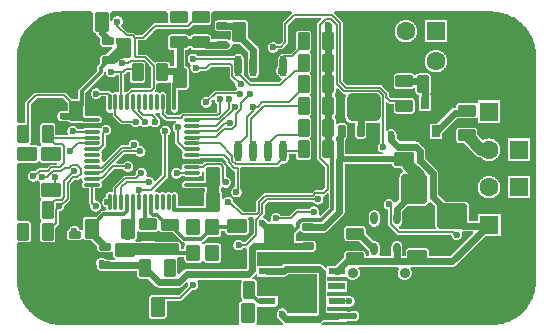
<source format=gbl>
G04 Layer_Physical_Order=2*
G04 Layer_Color=16711680*
%FSLAX44Y44*%
%MOMM*%
G71*
G01*
G75*
G04:AMPARAMS|DCode=10|XSize=1.2mm|YSize=1.7mm|CornerRadius=0.12mm|HoleSize=0mm|Usage=FLASHONLY|Rotation=180.000|XOffset=0mm|YOffset=0mm|HoleType=Round|Shape=RoundedRectangle|*
%AMROUNDEDRECTD10*
21,1,1.2000,1.4600,0,0,180.0*
21,1,0.9600,1.7000,0,0,180.0*
1,1,0.2400,-0.4800,0.7300*
1,1,0.2400,0.4800,0.7300*
1,1,0.2400,0.4800,-0.7300*
1,1,0.2400,-0.4800,-0.7300*
%
%ADD10ROUNDEDRECTD10*%
G04:AMPARAMS|DCode=11|XSize=1mm|YSize=1.5mm|CornerRadius=0.125mm|HoleSize=0mm|Usage=FLASHONLY|Rotation=180.000|XOffset=0mm|YOffset=0mm|HoleType=Round|Shape=RoundedRectangle|*
%AMROUNDEDRECTD11*
21,1,1.0000,1.2500,0,0,180.0*
21,1,0.7500,1.5000,0,0,180.0*
1,1,0.2500,-0.3750,0.6250*
1,1,0.2500,0.3750,0.6250*
1,1,0.2500,0.3750,-0.6250*
1,1,0.2500,-0.3750,-0.6250*
%
%ADD11ROUNDEDRECTD11*%
G04:AMPARAMS|DCode=14|XSize=1mm|YSize=1.5mm|CornerRadius=0.125mm|HoleSize=0mm|Usage=FLASHONLY|Rotation=270.000|XOffset=0mm|YOffset=0mm|HoleType=Round|Shape=RoundedRectangle|*
%AMROUNDEDRECTD14*
21,1,1.0000,1.2500,0,0,270.0*
21,1,0.7500,1.5000,0,0,270.0*
1,1,0.2500,-0.6250,-0.3750*
1,1,0.2500,-0.6250,0.3750*
1,1,0.2500,0.6250,0.3750*
1,1,0.2500,0.6250,-0.3750*
%
%ADD14ROUNDEDRECTD14*%
G04:AMPARAMS|DCode=17|XSize=1.2mm|YSize=1.7mm|CornerRadius=0.12mm|HoleSize=0mm|Usage=FLASHONLY|Rotation=90.000|XOffset=0mm|YOffset=0mm|HoleType=Round|Shape=RoundedRectangle|*
%AMROUNDEDRECTD17*
21,1,1.2000,1.4600,0,0,90.0*
21,1,0.9600,1.7000,0,0,90.0*
1,1,0.2400,0.7300,0.4800*
1,1,0.2400,0.7300,-0.4800*
1,1,0.2400,-0.7300,-0.4800*
1,1,0.2400,-0.7300,0.4800*
%
%ADD17ROUNDEDRECTD17*%
%ADD22C,0.3000*%
%ADD23C,0.1500*%
%ADD25C,0.6000*%
%ADD26C,1.0000*%
%ADD27C,0.5000*%
%ADD29C,0.2000*%
%ADD30C,6.0000*%
%ADD31C,1.6000*%
%ADD32R,1.6000X1.6000*%
%ADD33C,0.9000*%
%ADD34C,0.6000*%
G04:AMPARAMS|DCode=35|XSize=2.2mm|YSize=2.6mm|CornerRadius=0.33mm|HoleSize=0mm|Usage=FLASHONLY|Rotation=180.000|XOffset=0mm|YOffset=0mm|HoleType=Round|Shape=RoundedRectangle|*
%AMROUNDEDRECTD35*
21,1,2.2000,1.9400,0,0,180.0*
21,1,1.5400,2.6000,0,0,180.0*
1,1,0.6600,-0.7700,0.9700*
1,1,0.6600,0.7700,0.9700*
1,1,0.6600,0.7700,-0.9700*
1,1,0.6600,-0.7700,-0.9700*
%
%ADD35ROUNDEDRECTD35*%
G04:AMPARAMS|DCode=36|XSize=2.2mm|YSize=2.6mm|CornerRadius=0.33mm|HoleSize=0mm|Usage=FLASHONLY|Rotation=90.000|XOffset=0mm|YOffset=0mm|HoleType=Round|Shape=RoundedRectangle|*
%AMROUNDEDRECTD36*
21,1,2.2000,1.9400,0,0,90.0*
21,1,1.5400,2.6000,0,0,90.0*
1,1,0.6600,0.9700,0.7700*
1,1,0.6600,0.9700,-0.7700*
1,1,0.6600,-0.9700,-0.7700*
1,1,0.6600,-0.9700,0.7700*
%
%ADD36ROUNDEDRECTD36*%
G04:AMPARAMS|DCode=37|XSize=0.6mm|YSize=1mm|CornerRadius=0.105mm|HoleSize=0mm|Usage=FLASHONLY|Rotation=0.000|XOffset=0mm|YOffset=0mm|HoleType=Round|Shape=RoundedRectangle|*
%AMROUNDEDRECTD37*
21,1,0.6000,0.7900,0,0,0.0*
21,1,0.3900,1.0000,0,0,0.0*
1,1,0.2100,0.1950,-0.3950*
1,1,0.2100,-0.1950,-0.3950*
1,1,0.2100,-0.1950,0.3950*
1,1,0.2100,0.1950,0.3950*
%
%ADD37ROUNDEDRECTD37*%
%ADD38R,0.7000X1.0000*%
%ADD39O,0.6000X1.1000*%
%ADD40O,0.6000X1.8000*%
G04:AMPARAMS|DCode=41|XSize=2.3mm|YSize=2.8mm|CornerRadius=0.345mm|HoleSize=0mm|Usage=FLASHONLY|Rotation=90.000|XOffset=0mm|YOffset=0mm|HoleType=Round|Shape=RoundedRectangle|*
%AMROUNDEDRECTD41*
21,1,2.3000,2.1100,0,0,90.0*
21,1,1.6100,2.8000,0,0,90.0*
1,1,0.6900,1.0550,0.8050*
1,1,0.6900,1.0550,-0.8050*
1,1,0.6900,-1.0550,-0.8050*
1,1,0.6900,-1.0550,0.8050*
%
%ADD41ROUNDEDRECTD41*%
G04:AMPARAMS|DCode=42|XSize=0.6mm|YSize=1mm|CornerRadius=0.105mm|HoleSize=0mm|Usage=FLASHONLY|Rotation=270.000|XOffset=0mm|YOffset=0mm|HoleType=Round|Shape=RoundedRectangle|*
%AMROUNDEDRECTD42*
21,1,0.6000,0.7900,0,0,270.0*
21,1,0.3900,1.0000,0,0,270.0*
1,1,0.2100,-0.3950,-0.1950*
1,1,0.2100,-0.3950,0.1950*
1,1,0.2100,0.3950,0.1950*
1,1,0.2100,0.3950,-0.1950*
%
%ADD42ROUNDEDRECTD42*%
G04:AMPARAMS|DCode=43|XSize=1.4mm|YSize=1.2mm|CornerRadius=0.12mm|HoleSize=0mm|Usage=FLASHONLY|Rotation=90.000|XOffset=0mm|YOffset=0mm|HoleType=Round|Shape=RoundedRectangle|*
%AMROUNDEDRECTD43*
21,1,1.4000,0.9600,0,0,90.0*
21,1,1.1600,1.2000,0,0,90.0*
1,1,0.2400,0.4800,0.5800*
1,1,0.2400,0.4800,-0.5800*
1,1,0.2400,-0.4800,-0.5800*
1,1,0.2400,-0.4800,0.5800*
%
%ADD43ROUNDEDRECTD43*%
%ADD44O,0.3000X1.4500*%
%ADD45O,1.4500X0.3000*%
%ADD46R,2.4100X3.3000*%
%ADD47O,1.4000X0.6000*%
%ADD48R,1.4000X0.6000*%
G36*
X129106Y267493D02*
X129991Y266500D01*
Y259000D01*
X129106Y258007D01*
X128697Y257757D01*
X118925D01*
X118925Y257757D01*
X118572Y257729D01*
X118227Y257647D01*
X117900Y257511D01*
X117598Y257326D01*
X117329Y257096D01*
X117329Y257096D01*
X107969Y247736D01*
X102935D01*
X101575Y249096D01*
X101306Y249326D01*
X101004Y249511D01*
X100676Y249646D01*
X100332Y249729D01*
X99979Y249757D01*
X96435D01*
X90433Y255759D01*
X90443Y256061D01*
X90832Y256504D01*
X91160Y256995D01*
X91421Y257524D01*
X91610Y258082D01*
X91725Y258661D01*
X91764Y259249D01*
X91725Y259838D01*
X91610Y260417D01*
X91421Y260975D01*
X91160Y261504D01*
X90832Y261995D01*
X90443Y262438D01*
X90000Y262827D01*
X89509Y263155D01*
X88980Y263416D01*
X88421Y263605D01*
X87843Y263720D01*
X87254Y263759D01*
X86666Y263720D01*
X86087Y263605D01*
X85528Y263416D01*
X84999Y263155D01*
X84509Y262827D01*
X84066Y262438D01*
X83677Y261995D01*
X83349Y261504D01*
X83088Y260975D01*
X82898Y260417D01*
X82783Y259838D01*
X82758Y259459D01*
X81258Y259508D01*
Y266550D01*
X82165Y267508D01*
X82580Y267743D01*
X128697D01*
X129106Y267493D01*
D02*
G37*
G36*
X115743Y220815D02*
Y208427D01*
X115749Y208357D01*
Y203940D01*
X114565Y202757D01*
X99197D01*
X99197Y202757D01*
X98844Y202729D01*
X98499Y202647D01*
X98172Y202511D01*
X97870Y202326D01*
X97601Y202096D01*
X97601Y202096D01*
X94961Y199456D01*
X94570Y199362D01*
X94257Y199232D01*
X93671Y199440D01*
X92959Y199838D01*
X92757Y200075D01*
Y214374D01*
X93029Y214486D01*
X93331Y214671D01*
X93600Y214902D01*
X95192Y216493D01*
X97741D01*
Y210000D01*
X97775Y209569D01*
X97877Y209148D01*
X98042Y208748D01*
X98268Y208379D01*
X98549Y208049D01*
X98879Y207768D01*
X99248Y207542D01*
X99648Y207376D01*
X100069Y207276D01*
X100500Y207241D01*
X108000D01*
X108432Y207276D01*
X108852Y207376D01*
X109252Y207542D01*
X109621Y207768D01*
X109951Y208049D01*
X110232Y208379D01*
X110458Y208748D01*
X110624Y209148D01*
X110724Y209569D01*
X110758Y210000D01*
Y222500D01*
X110724Y222931D01*
X110624Y223352D01*
X110458Y223752D01*
X110232Y224121D01*
X109951Y224450D01*
X109621Y224732D01*
X109252Y224958D01*
X108852Y225124D01*
X108432Y225224D01*
X108196Y225243D01*
X108255Y226743D01*
X109815D01*
X115743Y220815D01*
D02*
G37*
G36*
X234935Y267075D02*
X234988Y266897D01*
X235051Y266243D01*
X227654Y258846D01*
X227424Y258577D01*
X227239Y258275D01*
X227104Y257947D01*
X227021Y257603D01*
X226993Y257250D01*
Y242456D01*
X224794Y240257D01*
X222492D01*
X222332Y240439D01*
X221889Y240828D01*
X221398Y241155D01*
X220869Y241416D01*
X220311Y241606D01*
X219732Y241721D01*
X219144Y241760D01*
X218555Y241721D01*
X217976Y241606D01*
X217418Y241416D01*
X216889Y241155D01*
X216398Y240828D01*
X215955Y240439D01*
X215566Y239995D01*
X215238Y239505D01*
X214977Y238976D01*
X214788Y238417D01*
X214672Y237839D01*
X214634Y237250D01*
X214672Y236661D01*
X214788Y236083D01*
X214977Y235524D01*
X215238Y234995D01*
X215566Y234505D01*
X215955Y234061D01*
X216398Y233672D01*
X216889Y233345D01*
X217418Y233084D01*
X217976Y232894D01*
X218555Y232779D01*
X219144Y232740D01*
X219732Y232779D01*
X220311Y232894D01*
X220869Y233084D01*
X221398Y233345D01*
X221889Y233672D01*
X222332Y234061D01*
X222721Y234505D01*
X223049Y234995D01*
X223310Y235524D01*
X223384Y235743D01*
X225729D01*
X226082Y235771D01*
X226427Y235854D01*
X226754Y235989D01*
X227056Y236174D01*
X227325Y236404D01*
X230846Y239925D01*
X230846Y239925D01*
X231076Y240194D01*
X231261Y240496D01*
X231397Y240823D01*
X231479Y241168D01*
X231507Y241521D01*
Y256315D01*
X237685Y262493D01*
X259167D01*
X259741Y261107D01*
X256904Y258270D01*
X256674Y258001D01*
X256489Y257699D01*
X256353Y257372D01*
X256271Y257028D01*
X256243Y256675D01*
Y143300D01*
X256271Y142947D01*
X256353Y142603D01*
X256489Y142276D01*
X256674Y141974D01*
X256904Y141704D01*
X262993Y135615D01*
Y118435D01*
X260815Y116257D01*
X254825D01*
X254472Y116229D01*
X254128Y116146D01*
X253801Y116011D01*
X253499Y115826D01*
X253230Y115596D01*
X253229Y115596D01*
X251640Y114007D01*
X212500D01*
X212147Y113979D01*
X211803Y113897D01*
X211475Y113761D01*
X211173Y113576D01*
X210904Y113346D01*
X210904Y113346D01*
X205404Y107846D01*
X205174Y107577D01*
X204989Y107275D01*
X204854Y106947D01*
X204771Y106603D01*
X204743Y106250D01*
Y98956D01*
X204044Y98257D01*
X193456D01*
X185491Y106221D01*
X185510Y106500D01*
X185471Y107089D01*
X185356Y107667D01*
X185166Y108226D01*
X184905Y108755D01*
X184578Y109245D01*
X184189Y109689D01*
X183745Y110078D01*
X183255Y110405D01*
X182726Y110666D01*
X182167Y110856D01*
X181589Y110971D01*
X181000Y111010D01*
X180411Y110971D01*
X179833Y110856D01*
X179274Y110666D01*
X178745Y110405D01*
X178255Y110078D01*
X177811Y109689D01*
X177422Y109245D01*
X177258Y109000D01*
X176457Y109075D01*
X175758Y109426D01*
Y114050D01*
X175725Y114474D01*
X175626Y114887D01*
X175463Y115280D01*
X175241Y115642D01*
X174965Y115965D01*
X174758Y116142D01*
Y118108D01*
X174965Y118285D01*
X174992Y118316D01*
X175275Y118621D01*
X176060Y118919D01*
X177012Y118837D01*
X177033Y118827D01*
X177591Y118637D01*
X178170Y118522D01*
X178759Y118483D01*
X179347Y118522D01*
X179926Y118637D01*
X180485Y118827D01*
X181014Y119087D01*
X181504Y119415D01*
X181947Y119804D01*
X182337Y120247D01*
X182664Y120738D01*
X182925Y121267D01*
X183115Y121826D01*
X183230Y122404D01*
X183268Y122993D01*
X183230Y123581D01*
X183115Y124160D01*
X182925Y124719D01*
X182664Y125248D01*
X182337Y125738D01*
X181947Y126182D01*
X181504Y126571D01*
X181014Y126898D01*
X180485Y127159D01*
X179926Y127349D01*
X179347Y127464D01*
X178759Y127502D01*
X178757Y127504D01*
Y136229D01*
X178729Y136582D01*
X178647Y136926D01*
X178511Y137254D01*
X178326Y137556D01*
X178096Y137825D01*
X178096Y137825D01*
X176075Y139846D01*
X175806Y140076D01*
X175504Y140261D01*
X175177Y140396D01*
X174832Y140479D01*
X174479Y140507D01*
X162021D01*
X162021Y140507D01*
X161668Y140479D01*
X161324Y140396D01*
X160996Y140261D01*
X160694Y140076D01*
X160425Y139846D01*
X160425Y139846D01*
X158836Y138257D01*
X157977D01*
X157769Y138434D01*
X157366Y138681D01*
X156930Y138862D01*
X156471Y138972D01*
X156000Y139009D01*
X144500D01*
X144029Y138972D01*
X143570Y138862D01*
X143134Y138681D01*
X142731Y138434D01*
X142372Y138128D01*
X142065Y137769D01*
X141819Y137366D01*
X141638Y136930D01*
X141528Y136471D01*
X141491Y136000D01*
X141528Y135529D01*
X141638Y135070D01*
X141819Y134634D01*
X140594Y133762D01*
X140439Y133939D01*
X139995Y134328D01*
X139505Y134656D01*
X138976Y134916D01*
X138417Y135106D01*
X137839Y135221D01*
X137250Y135260D01*
X136661Y135221D01*
X136083Y135106D01*
X135524Y134916D01*
X134995Y134656D01*
X134505Y134328D01*
X134061Y133939D01*
X133672Y133495D01*
X133344Y133005D01*
X133084Y132476D01*
X132894Y131917D01*
X132779Y131339D01*
X132740Y130750D01*
X132779Y130161D01*
X132894Y129583D01*
X133084Y129024D01*
X133344Y128495D01*
X133672Y128005D01*
X134061Y127561D01*
X134505Y127172D01*
X134995Y126845D01*
X135524Y126584D01*
X136083Y126394D01*
X136661Y126279D01*
X137250Y126240D01*
X137839Y126279D01*
X138417Y126394D01*
X138976Y126584D01*
X139505Y126845D01*
X139995Y127172D01*
X140439Y127561D01*
X140828Y128005D01*
X141154Y128493D01*
X142849D01*
X143134Y128319D01*
X143570Y128138D01*
X144029Y128028D01*
X144500Y127991D01*
X156000D01*
X156471Y128028D01*
X156930Y128138D01*
X157366Y128319D01*
X157769Y128566D01*
X158128Y128872D01*
X158435Y129231D01*
X158681Y129634D01*
X158862Y130070D01*
X158972Y130529D01*
X159009Y131000D01*
X158972Y131471D01*
X158955Y131544D01*
X159751Y132497D01*
X159773Y132511D01*
X160742Y131987D01*
Y124009D01*
X144500D01*
X144029Y123972D01*
X143570Y123862D01*
X143134Y123681D01*
X142731Y123435D01*
X142372Y123128D01*
X142065Y122769D01*
X141819Y122366D01*
X141638Y121930D01*
X141528Y121471D01*
X141491Y121000D01*
X141528Y120529D01*
X141638Y120070D01*
X141819Y119634D01*
X142065Y119231D01*
X142372Y118872D01*
X142731Y118566D01*
X143134Y118319D01*
X143570Y118138D01*
X144029Y118028D01*
X144500Y117991D01*
X161742D01*
Y116142D01*
X161535Y115965D01*
X161259Y115642D01*
X161037Y115280D01*
X160874Y114887D01*
X160775Y114474D01*
X160742Y114050D01*
Y103009D01*
X138509D01*
Y112000D01*
X138472Y112471D01*
X138362Y112930D01*
X138181Y113366D01*
X137935Y113769D01*
X137628Y114128D01*
X137269Y114434D01*
X136866Y114681D01*
X136430Y114862D01*
X135971Y114972D01*
X135500Y115009D01*
X135029Y114972D01*
X134570Y114862D01*
X134134Y114681D01*
X133731Y114434D01*
X133364Y114128D01*
X132636D01*
X132269Y114435D01*
X131866Y114681D01*
X131430Y114862D01*
X130971Y114972D01*
X130500Y115009D01*
X130029Y114972D01*
X129570Y114862D01*
X129134Y114681D01*
X128731Y114434D01*
X128364Y114128D01*
X127636D01*
X127269Y114435D01*
X126866Y114681D01*
X126430Y114862D01*
X125971Y114972D01*
X125500Y115009D01*
X125029Y114972D01*
X124570Y114862D01*
X124134Y114681D01*
X123731Y114434D01*
X123364Y114128D01*
X122636D01*
X122269Y114435D01*
X121866Y114681D01*
X121430Y114862D01*
X120971Y114972D01*
X120500Y115009D01*
X120029Y114972D01*
X119570Y114862D01*
X119501Y114833D01*
X118652Y116105D01*
X129444Y126898D01*
X129529Y126971D01*
X129785Y127270D01*
X129991Y127605D01*
X130141Y127969D01*
X130233Y128351D01*
X130264Y128744D01*
Y163022D01*
X130501Y163180D01*
X130945Y163569D01*
X131334Y164013D01*
X131662Y164503D01*
X131923Y165032D01*
X132112Y165591D01*
X132227Y166169D01*
X132266Y166758D01*
X132227Y167347D01*
X132112Y167925D01*
X131923Y168484D01*
X131662Y169013D01*
X131334Y169503D01*
X130945Y169947D01*
X130501Y170336D01*
X130011Y170664D01*
X129482Y170924D01*
X128923Y171114D01*
X128345Y171229D01*
X127756Y171268D01*
X127168Y171229D01*
X126589Y171114D01*
X126031Y170924D01*
X125501Y170664D01*
X125011Y170336D01*
X124567Y169947D01*
X124178Y169503D01*
X123851Y169013D01*
X123590Y168484D01*
X123400Y167925D01*
X123285Y167347D01*
X123247Y166758D01*
X123285Y166169D01*
X123400Y165591D01*
X123590Y165032D01*
X123851Y164503D01*
X124178Y164013D01*
X124567Y163569D01*
X125011Y163180D01*
X125248Y163022D01*
Y129795D01*
X119694Y124240D01*
X119602Y124230D01*
X118398Y124577D01*
X118081Y124749D01*
X117922Y125219D01*
X117661Y125748D01*
X117333Y126238D01*
X116944Y126682D01*
X116501Y127071D01*
X116010Y127398D01*
X115481Y127659D01*
X114923Y127849D01*
X114344Y127964D01*
X113756Y128003D01*
X113167Y127964D01*
X112625Y127856D01*
X112209Y128149D01*
X111585Y129092D01*
X111672Y129267D01*
X111861Y129826D01*
X111976Y130405D01*
X112015Y130993D01*
X111976Y131582D01*
X111861Y132160D01*
X111672Y132719D01*
X111411Y133248D01*
X111083Y133738D01*
X110694Y134182D01*
X110251Y134571D01*
X109760Y134899D01*
X109231Y135160D01*
X108672Y135349D01*
X108094Y135464D01*
X107505Y135503D01*
X106917Y135464D01*
X106338Y135349D01*
X105779Y135160D01*
X105250Y134899D01*
X104760Y134571D01*
X104317Y134182D01*
X103927Y133738D01*
X103600Y133248D01*
X103339Y132719D01*
X103149Y132160D01*
X103034Y131582D01*
X102996Y130993D01*
X103034Y130405D01*
X103134Y129901D01*
X101983Y128750D01*
X93993D01*
X93640Y128722D01*
X93295Y128639D01*
X92968Y128504D01*
X92666Y128319D01*
X92397Y128089D01*
X83904Y119596D01*
X83674Y119327D01*
X83489Y119025D01*
X83354Y118697D01*
X83271Y118353D01*
X83243Y118000D01*
Y115575D01*
X83041Y115338D01*
X82329Y114940D01*
X81743Y114732D01*
X81430Y114862D01*
X80971Y114972D01*
X80500Y115009D01*
X80029Y114972D01*
X79570Y114862D01*
X79134Y114681D01*
X78731Y114434D01*
X78372Y114128D01*
X78066Y113769D01*
X77819Y113366D01*
X77638Y112930D01*
X77528Y112471D01*
X77491Y112000D01*
Y110575D01*
X77024Y110416D01*
X76495Y110155D01*
X76005Y109828D01*
X75561Y109439D01*
X75172Y108995D01*
X74845Y108505D01*
X74584Y107976D01*
X74394Y107417D01*
X74279Y106839D01*
X74240Y106250D01*
X74279Y105661D01*
X74394Y105083D01*
X74584Y104524D01*
X74845Y103995D01*
X75172Y103505D01*
X75561Y103061D01*
X76005Y102672D01*
X76495Y102345D01*
X77024Y102084D01*
X77491Y101925D01*
Y100500D01*
X76705Y99327D01*
X76405Y99071D01*
X76252Y99009D01*
X75250D01*
X74779Y98972D01*
X74320Y98862D01*
X73884Y98681D01*
X73481Y98435D01*
X73122Y98128D01*
X69003Y94008D01*
X60700D01*
X60276Y93975D01*
X59863Y93876D01*
X59471Y93713D01*
X59108Y93491D01*
X58785Y93215D01*
X58509Y92892D01*
X58287Y92530D01*
X58124Y92137D01*
X58025Y91724D01*
X57992Y91300D01*
Y83125D01*
X57452Y82746D01*
X56492Y82487D01*
X56453Y82519D01*
X56111Y82729D01*
X55740Y82883D01*
X55350Y82976D01*
X54977Y83006D01*
X54945Y83167D01*
X54755Y83726D01*
X54495Y84255D01*
X54167Y84745D01*
X53778Y85189D01*
X53334Y85578D01*
X52844Y85905D01*
X52315Y86166D01*
X51756Y86356D01*
X51178Y86471D01*
X50589Y86510D01*
X50000Y86471D01*
X49422Y86356D01*
X48863Y86166D01*
X48334Y85905D01*
X47844Y85578D01*
X47400Y85189D01*
X47011Y84745D01*
X46684Y84255D01*
X46423Y83726D01*
X46233Y83167D01*
X46169Y82845D01*
X45889Y82729D01*
X45546Y82519D01*
X45241Y82259D01*
X44981Y81953D01*
X44771Y81611D01*
X44617Y81240D01*
X44524Y80850D01*
X44492Y80450D01*
Y76550D01*
X44524Y76150D01*
X44617Y75760D01*
X44771Y75389D01*
X44981Y75047D01*
X45241Y74741D01*
X45546Y74481D01*
X45889Y74271D01*
X46260Y74117D01*
X46650Y74024D01*
X47050Y73992D01*
X54950D01*
X55350Y74024D01*
X55740Y74117D01*
X56111Y74271D01*
X56453Y74481D01*
X56759Y74741D01*
X56898Y74904D01*
X57116Y74993D01*
X57875Y75064D01*
X58306Y75043D01*
X58662Y74929D01*
X58785Y74785D01*
X59108Y74509D01*
X59471Y74287D01*
X59863Y74124D01*
X60276Y74025D01*
X60700Y73992D01*
X65131D01*
X70242Y68880D01*
Y66800D01*
X70274Y66400D01*
X70367Y66010D01*
X70521Y65639D01*
X70731Y65297D01*
X70991Y64991D01*
X71297Y64731D01*
X71639Y64521D01*
X72010Y64367D01*
X72400Y64274D01*
X72800Y64242D01*
X76723D01*
X76750Y64240D01*
X76777Y64242D01*
X80700D01*
X81100Y64274D01*
X81490Y64367D01*
X81861Y64521D01*
X81992Y64601D01*
X82733Y64376D01*
X83492Y63868D01*
Y61200D01*
X83525Y60776D01*
X83624Y60363D01*
X83787Y59970D01*
X84009Y59608D01*
X84285Y59285D01*
X84608Y59009D01*
X84970Y58787D01*
X85036Y58760D01*
X84738Y57260D01*
X77683D01*
X77676Y57275D01*
X77348Y57765D01*
X76959Y58209D01*
X76515Y58598D01*
X76025Y58926D01*
X75496Y59187D01*
X74937Y59376D01*
X74359Y59491D01*
X73770Y59530D01*
X73182Y59491D01*
X72603Y59376D01*
X72044Y59187D01*
X71515Y58926D01*
X71025Y58598D01*
X70581Y58209D01*
X70192Y57765D01*
X69865Y57275D01*
X69604Y56746D01*
X69414Y56187D01*
X69299Y55609D01*
X69261Y55020D01*
X69299Y54432D01*
X69414Y53853D01*
X69604Y53294D01*
X69865Y52765D01*
X70192Y52275D01*
X70242Y52218D01*
Y50800D01*
X70274Y50400D01*
X70367Y50010D01*
X70521Y49639D01*
X70731Y49296D01*
X70991Y48991D01*
X71297Y48731D01*
X71639Y48521D01*
X72010Y48367D01*
X72400Y48274D01*
X72800Y48242D01*
X76723D01*
X76750Y48240D01*
X103991D01*
Y44250D01*
X104025Y43818D01*
X104127Y43398D01*
X104292Y42998D01*
X104518Y42629D01*
X104799Y42299D01*
X105129Y42018D01*
X105498Y41792D01*
X105898Y41627D01*
X106319Y41526D01*
X106750Y41491D01*
X113131D01*
X119311Y35311D01*
X119755Y34922D01*
X120245Y34595D01*
X120774Y34334D01*
X121333Y34144D01*
X121911Y34029D01*
X122500Y33990D01*
X139000D01*
X139589Y34029D01*
X140167Y34144D01*
X140726Y34334D01*
X141255Y34595D01*
X141745Y34922D01*
X142189Y35311D01*
X145382Y38505D01*
X145578Y38458D01*
X146894Y37667D01*
X146779Y37089D01*
X146740Y36500D01*
X146779Y35911D01*
X146894Y35335D01*
X139065Y27507D01*
X126318D01*
X126300Y27508D01*
X116700D01*
X116276Y27475D01*
X115863Y27376D01*
X115470Y27213D01*
X115108Y26991D01*
X114785Y26715D01*
X114509Y26392D01*
X114287Y26030D01*
X114124Y25637D01*
X114025Y25224D01*
X113992Y24800D01*
Y10200D01*
X114025Y9776D01*
X114124Y9363D01*
X114287Y8970D01*
X114509Y8608D01*
X114785Y8285D01*
X115108Y8009D01*
X115470Y7787D01*
X115863Y7624D01*
X116276Y7525D01*
X116700Y7492D01*
X126300D01*
X126724Y7525D01*
X127137Y7624D01*
X127529Y7787D01*
X127892Y8009D01*
X128215Y8285D01*
X128491Y8608D01*
X128713Y8970D01*
X128876Y9363D01*
X128975Y9776D01*
X129008Y10200D01*
Y22993D01*
X140000D01*
X140353Y23021D01*
X140697Y23103D01*
X141025Y23239D01*
X141327Y23424D01*
X141596Y23654D01*
X150085Y32143D01*
X150661Y32029D01*
X151250Y31990D01*
X151839Y32029D01*
X152417Y32144D01*
X152976Y32334D01*
X153505Y32594D01*
X153995Y32922D01*
X154439Y33311D01*
X154828Y33755D01*
X155155Y34245D01*
X155416Y34774D01*
X155606Y35333D01*
X155721Y35911D01*
X155760Y36500D01*
X155721Y37089D01*
X155606Y37667D01*
X155416Y38226D01*
X155155Y38755D01*
X154828Y39245D01*
X155421Y40695D01*
X155465Y40740D01*
X191594D01*
X191623Y40718D01*
X192072Y40124D01*
X192434Y39240D01*
X192376Y39102D01*
X192276Y38681D01*
X192241Y38250D01*
Y25750D01*
X192276Y25319D01*
X192376Y24898D01*
X192542Y24498D01*
X192768Y24129D01*
X193050Y23799D01*
X193098Y23758D01*
X192849Y22616D01*
X192588Y22250D01*
X192276Y22225D01*
X191863Y22126D01*
X191470Y21963D01*
X191108Y21741D01*
X190785Y21465D01*
X190509Y21142D01*
X190287Y20780D01*
X190124Y20387D01*
X190025Y19974D01*
X189992Y19550D01*
Y4950D01*
X190025Y4526D01*
X190124Y4113D01*
X190287Y3720D01*
X189823Y2627D01*
X189477Y2257D01*
X40000D01*
X39941Y2252D01*
X38353Y2287D01*
X36710Y2395D01*
X35073Y2574D01*
X33445Y2824D01*
X31830Y3146D01*
X30230Y3537D01*
X28649Y3998D01*
X27089Y4527D01*
X25554Y5124D01*
X24047Y5788D01*
X22569Y6516D01*
X21126Y7308D01*
X19718Y8163D01*
X18348Y9078D01*
X17020Y10052D01*
X15735Y11083D01*
X14497Y12169D01*
X13307Y13307D01*
X12169Y14497D01*
X11083Y15735D01*
X10052Y17020D01*
X9078Y18348D01*
X8163Y19718D01*
X7308Y21126D01*
X6516Y22569D01*
X5788Y24047D01*
X5124Y25554D01*
X4527Y27089D01*
X3998Y28649D01*
X3537Y30230D01*
X3146Y31830D01*
X2824Y33445D01*
X2574Y35073D01*
X2395Y36710D01*
X2287Y38353D01*
X2252Y39941D01*
X2257Y40000D01*
Y70947D01*
X2507Y71356D01*
X3500Y72242D01*
X11000D01*
X11431Y72276D01*
X11852Y72376D01*
X12252Y72542D01*
X12621Y72768D01*
X12951Y73050D01*
X13232Y73379D01*
X13458Y73748D01*
X13623Y74148D01*
X13724Y74569D01*
X13758Y75000D01*
Y87500D01*
X13724Y87931D01*
X13623Y88352D01*
X13458Y88752D01*
X13232Y89121D01*
X12951Y89451D01*
X12621Y89732D01*
X12252Y89958D01*
X11852Y90124D01*
X11431Y90225D01*
X11000Y90259D01*
X3500D01*
X2507Y91144D01*
X2257Y91553D01*
Y138420D01*
X2492Y138835D01*
X3450Y139742D01*
X18050D01*
X18474Y139775D01*
X18887Y139874D01*
X19280Y140037D01*
X19642Y140259D01*
X19965Y140535D01*
X20121Y140718D01*
X20425Y140826D01*
X20856Y140858D01*
X21144D01*
X21575Y140826D01*
X21879Y140718D01*
X22035Y140535D01*
X22358Y140259D01*
X22720Y140037D01*
X23113Y139874D01*
X23526Y139775D01*
X23950Y139742D01*
X35629D01*
X36430Y138242D01*
X36274Y138007D01*
X31333D01*
X30980Y137979D01*
X30635Y137896D01*
X30308Y137761D01*
X30006Y137576D01*
X29737Y137346D01*
X29737Y137346D01*
X27391Y135000D01*
X21327D01*
X21326Y135000D01*
X20973Y134972D01*
X20629Y134889D01*
X20302Y134754D01*
X20000Y134569D01*
X19731Y134339D01*
X19730Y134339D01*
X17776Y132385D01*
X17727Y132409D01*
X17168Y132599D01*
X16589Y132714D01*
X16001Y132753D01*
X15412Y132714D01*
X14834Y132599D01*
X14275Y132409D01*
X13746Y132149D01*
X13255Y131821D01*
X12812Y131432D01*
X12423Y130988D01*
X12095Y130498D01*
X11834Y129969D01*
X11645Y129410D01*
X11530Y128832D01*
X11491Y128243D01*
X11530Y127654D01*
X11645Y127076D01*
X11834Y126517D01*
X12095Y125988D01*
X12423Y125498D01*
X12812Y125054D01*
X13255Y124665D01*
X13746Y124338D01*
X14275Y124077D01*
X14834Y123887D01*
X15412Y123772D01*
X16001Y123733D01*
X16589Y123772D01*
X17168Y123887D01*
X17727Y124077D01*
X18256Y124338D01*
X18746Y124665D01*
X19662Y124729D01*
X20434Y124198D01*
X20756Y123915D01*
X21271Y123518D01*
X21537Y122780D01*
X21374Y122387D01*
X21275Y121974D01*
X21242Y121550D01*
Y111950D01*
X21275Y111526D01*
X21374Y111113D01*
X21537Y110721D01*
X21759Y110358D01*
X22035Y110035D01*
X22358Y109759D01*
X22429Y109715D01*
X22670Y108920D01*
X22594Y107988D01*
X22549Y107950D01*
X22268Y107621D01*
X22042Y107252D01*
X21876Y106852D01*
X21775Y106432D01*
X21741Y106000D01*
Y93500D01*
X21775Y93069D01*
X21876Y92648D01*
X22042Y92248D01*
X22268Y91879D01*
X22549Y91549D01*
X22752Y91376D01*
X22864Y91057D01*
X22878Y90866D01*
Y90134D01*
X22864Y89943D01*
X22752Y89624D01*
X22549Y89451D01*
X22268Y89121D01*
X22042Y88752D01*
X21876Y88352D01*
X21775Y87931D01*
X21741Y87500D01*
Y75000D01*
X21775Y74569D01*
X21876Y74148D01*
X22042Y73748D01*
X22268Y73379D01*
X22549Y73050D01*
X22878Y72768D01*
X23248Y72542D01*
X23647Y72376D01*
X24068Y72276D01*
X24500Y72242D01*
X32000D01*
X32431Y72276D01*
X32852Y72376D01*
X33252Y72542D01*
X33621Y72768D01*
X33951Y73050D01*
X34232Y73379D01*
X34458Y73748D01*
X34623Y74148D01*
X34725Y74569D01*
X34759Y75000D01*
Y84567D01*
X37096Y86904D01*
X37326Y87174D01*
X37511Y87475D01*
X37647Y87803D01*
X37729Y88147D01*
X37757Y88500D01*
Y98733D01*
X38340Y98771D01*
X38919Y98886D01*
X39478Y99075D01*
X40007Y99336D01*
X40497Y99664D01*
X40941Y100053D01*
X41330Y100497D01*
X41657Y100987D01*
X41918Y101516D01*
X42108Y102075D01*
X42223Y102653D01*
X42262Y103242D01*
X42255Y103342D01*
X46596Y107682D01*
X46596Y107683D01*
X46826Y107952D01*
X47011Y108254D01*
X47147Y108581D01*
X47229Y108925D01*
X47257Y109278D01*
X47257Y109279D01*
Y121815D01*
X50428Y124986D01*
X52927D01*
X53280Y125014D01*
X53625Y125097D01*
X53952Y125232D01*
X54254Y125417D01*
X54523Y125647D01*
X55587Y126711D01*
X55658Y126699D01*
X56991Y126000D01*
X57028Y125529D01*
X57138Y125070D01*
X57319Y124634D01*
X57565Y124231D01*
X57872Y123864D01*
Y123136D01*
X57565Y122769D01*
X57319Y122366D01*
X57138Y121930D01*
X57028Y121471D01*
X56991Y121000D01*
X57028Y120529D01*
X57138Y120070D01*
X57319Y119634D01*
X57565Y119231D01*
X57872Y118872D01*
X58231Y118566D01*
X58634Y118319D01*
X59070Y118138D01*
X59529Y118028D01*
X60000Y117991D01*
X63493D01*
Y105750D01*
X63521Y105397D01*
X63604Y105052D01*
X63739Y104725D01*
X63924Y104423D01*
X64154Y104154D01*
X64394Y103915D01*
X64279Y103339D01*
X64240Y102750D01*
X64279Y102161D01*
X64394Y101583D01*
X64584Y101024D01*
X64844Y100495D01*
X65172Y100005D01*
X65561Y99561D01*
X66005Y99172D01*
X66495Y98844D01*
X67024Y98584D01*
X67583Y98394D01*
X68161Y98279D01*
X68750Y98240D01*
X69339Y98279D01*
X69917Y98394D01*
X70476Y98584D01*
X71005Y98844D01*
X71495Y99172D01*
X71939Y99561D01*
X72328Y100005D01*
X72656Y100495D01*
X72916Y101024D01*
X73106Y101583D01*
X73221Y102161D01*
X73260Y102750D01*
X73221Y103339D01*
X73106Y103917D01*
X72916Y104476D01*
X72656Y105005D01*
X72328Y105495D01*
X71939Y105939D01*
X71495Y106328D01*
X71005Y106655D01*
X70476Y106916D01*
X69917Y107106D01*
X69339Y107221D01*
X68750Y107260D01*
X68007Y108690D01*
Y117991D01*
X71500D01*
X71971Y118028D01*
X72430Y118138D01*
X72866Y118319D01*
X73269Y118566D01*
X73628Y118872D01*
X73934Y119231D01*
X74181Y119634D01*
X74362Y120070D01*
X74472Y120529D01*
X74509Y121000D01*
X74472Y121471D01*
X74362Y121930D01*
X74181Y122366D01*
X73934Y122769D01*
X73628Y123136D01*
Y123396D01*
X74262Y124559D01*
X74447Y124604D01*
X74775Y124739D01*
X75077Y124924D01*
X75346Y125154D01*
X84435Y134243D01*
X92346D01*
X92672Y133755D01*
X93061Y133311D01*
X93505Y132922D01*
X93995Y132594D01*
X94524Y132334D01*
X95083Y132144D01*
X95661Y132029D01*
X96250Y131990D01*
X96839Y132029D01*
X97417Y132144D01*
X97976Y132334D01*
X98505Y132594D01*
X98995Y132922D01*
X99439Y133311D01*
X99828Y133755D01*
X100155Y134245D01*
X100416Y134774D01*
X100606Y135333D01*
X100721Y135911D01*
X100760Y136500D01*
X100721Y137089D01*
X100606Y137667D01*
X100416Y138226D01*
X100155Y138755D01*
X99828Y139245D01*
X99439Y139689D01*
X98995Y140078D01*
X98505Y140405D01*
X97976Y140666D01*
X97417Y140856D01*
X96839Y140971D01*
X96250Y141010D01*
X95661Y140971D01*
X95083Y140856D01*
X94524Y140666D01*
X93995Y140405D01*
X93505Y140078D01*
X93061Y139689D01*
X92672Y139245D01*
X92346Y138757D01*
X86666D01*
X86092Y140143D01*
X92936Y146987D01*
X102601D01*
X102928Y146499D01*
X103316Y146055D01*
X103760Y145666D01*
X104250Y145339D01*
X104779Y145078D01*
X105338Y144888D01*
X105917Y144773D01*
X106505Y144734D01*
X107094Y144773D01*
X107672Y144888D01*
X108231Y145078D01*
X108760Y145339D01*
X109250Y145666D01*
X109694Y146055D01*
X110083Y146499D01*
X110411Y146989D01*
X110672Y147518D01*
X110861Y148077D01*
X110976Y148656D01*
X111015Y149244D01*
X110976Y149833D01*
X110861Y150411D01*
X110672Y150970D01*
X110411Y151499D01*
X110083Y151989D01*
X109694Y152433D01*
X109250Y152822D01*
X108760Y153150D01*
X108231Y153411D01*
X107672Y153600D01*
X107159Y153702D01*
X106492Y153911D01*
X106354Y153956D01*
X105790Y154709D01*
X105732Y155165D01*
X105721Y155339D01*
X105606Y155917D01*
X105416Y156476D01*
X105155Y157005D01*
X104828Y157495D01*
X104439Y157939D01*
X103995Y158328D01*
X103505Y158655D01*
X102976Y158916D01*
X102417Y159106D01*
X101839Y159221D01*
X101250Y159260D01*
X100661Y159221D01*
X100083Y159106D01*
X99524Y158916D01*
X98995Y158655D01*
X98505Y158328D01*
X98061Y157939D01*
X97672Y157495D01*
X97345Y157005D01*
X97084Y156476D01*
X96894Y155917D01*
X96779Y155339D01*
X96740Y154750D01*
X96507Y154501D01*
X90759D01*
X90406Y154473D01*
X90061Y154391D01*
X89734Y154255D01*
X89432Y154070D01*
X89163Y153840D01*
X89163Y153840D01*
X75988Y140665D01*
X75196Y140844D01*
X74487Y141285D01*
X74472Y141471D01*
X74362Y141930D01*
X74181Y142366D01*
X73934Y142769D01*
X73628Y143136D01*
Y143864D01*
X73935Y144231D01*
X74181Y144634D01*
X74362Y145070D01*
X74472Y145529D01*
X74509Y146000D01*
X74472Y146471D01*
X74362Y146930D01*
X74181Y147366D01*
X73934Y147769D01*
X73628Y148136D01*
Y148864D01*
X73935Y149231D01*
X74181Y149634D01*
X74362Y150070D01*
X74456Y150461D01*
X76846Y152851D01*
X76846Y152851D01*
X77076Y153120D01*
X77261Y153422D01*
X77396Y153749D01*
X77479Y154094D01*
X77507Y154447D01*
X77507Y154447D01*
Y162741D01*
X78089Y162779D01*
X78667Y162894D01*
X79226Y163084D01*
X79755Y163344D01*
X80245Y163672D01*
X80689Y164061D01*
X81078Y164505D01*
X81405Y164995D01*
X81666Y165524D01*
X81856Y166083D01*
X81971Y166661D01*
X82010Y167250D01*
X81971Y167839D01*
X81856Y168417D01*
X81666Y168976D01*
X81405Y169505D01*
X81078Y169995D01*
X80689Y170439D01*
X80245Y170828D01*
X79755Y171155D01*
X79226Y171416D01*
X78667Y171606D01*
X78089Y171721D01*
X77500Y171760D01*
X76911Y171721D01*
X76333Y171606D01*
X75774Y171416D01*
X75245Y171155D01*
X74755Y170828D01*
X74311Y170439D01*
X73922Y169995D01*
X73595Y169505D01*
X73101Y168946D01*
X72430Y168862D01*
X71971Y168972D01*
X71500Y169009D01*
X60000D01*
X59529Y168972D01*
X59070Y168862D01*
X58634Y168681D01*
X58231Y168435D01*
X58023Y168257D01*
X53278D01*
X53155Y168505D01*
X52828Y168995D01*
X52439Y169439D01*
X51995Y169828D01*
X51505Y170155D01*
X50976Y170416D01*
X50417Y170606D01*
X49839Y170721D01*
X49250Y170760D01*
X48661Y170721D01*
X48083Y170606D01*
X47524Y170416D01*
X46995Y170155D01*
X46505Y169828D01*
X46061Y169439D01*
X45672Y168995D01*
X45345Y168505D01*
X45084Y167976D01*
X44894Y167417D01*
X44779Y166839D01*
X44740Y166250D01*
X44779Y165661D01*
X44894Y165083D01*
X45084Y164524D01*
X45216Y164257D01*
X44913Y163448D01*
X44368Y162757D01*
X34759D01*
Y170500D01*
X34725Y170931D01*
X34623Y171352D01*
X34458Y171752D01*
X34232Y172121D01*
X33951Y172451D01*
X33621Y172732D01*
X33252Y172958D01*
X32852Y173123D01*
X32431Y173225D01*
X32000Y173258D01*
X24500D01*
X24069Y173225D01*
X23648Y173123D01*
X23248Y172958D01*
X22879Y172732D01*
X22549Y172451D01*
X22268Y172121D01*
X22042Y171752D01*
X21876Y171352D01*
X21775Y170931D01*
X21741Y170500D01*
Y158000D01*
X21775Y157569D01*
X21876Y157148D01*
X22042Y156748D01*
X22268Y156379D01*
X22549Y156049D01*
X22594Y156012D01*
X22670Y155080D01*
X22429Y154285D01*
X22358Y154241D01*
X22035Y153965D01*
X21879Y153782D01*
X21575Y153674D01*
X21144Y153642D01*
X20856D01*
X20425Y153674D01*
X20121Y153782D01*
X19965Y153965D01*
X19642Y154241D01*
X19280Y154463D01*
X18887Y154626D01*
X18474Y154725D01*
X18050Y154758D01*
X13749D01*
X13307Y155472D01*
X13129Y156258D01*
X13232Y156379D01*
X13458Y156748D01*
X13623Y157148D01*
X13724Y157569D01*
X13758Y158000D01*
Y170500D01*
X13757Y170519D01*
Y189294D01*
X18956Y194493D01*
X40815D01*
X44992Y190317D01*
Y183760D01*
X40750D01*
X40161Y183721D01*
X39583Y183606D01*
X39024Y183416D01*
X38495Y183155D01*
X38005Y182828D01*
X37561Y182439D01*
X37172Y181995D01*
X36845Y181505D01*
X36584Y180976D01*
X36394Y180417D01*
X36279Y179839D01*
X36240Y179250D01*
X36279Y178661D01*
X36394Y178083D01*
X36584Y177524D01*
X36845Y176995D01*
X37172Y176505D01*
X37561Y176061D01*
X38005Y175672D01*
X38495Y175345D01*
X39024Y175084D01*
X39583Y174894D01*
X40161Y174779D01*
X40750Y174740D01*
X45609D01*
X45785Y174535D01*
X46108Y174259D01*
X46470Y174037D01*
X46863Y173874D01*
X47276Y173775D01*
X47700Y173742D01*
X56525D01*
X56731Y173566D01*
X57134Y173319D01*
X57570Y173138D01*
X58029Y173028D01*
X58500Y172991D01*
X71500D01*
X71971Y173028D01*
X72430Y173138D01*
X72866Y173319D01*
X73269Y173566D01*
X73628Y173872D01*
X73934Y174231D01*
X74181Y174634D01*
X74362Y175070D01*
X74472Y175529D01*
X74509Y176000D01*
X74472Y176471D01*
X74362Y176930D01*
X74181Y177366D01*
X73934Y177769D01*
X73628Y178128D01*
X73269Y178435D01*
X72866Y178681D01*
X72430Y178862D01*
X71971Y178972D01*
X71500Y179009D01*
X60008D01*
Y188238D01*
X60009Y188250D01*
Y199084D01*
X75128Y214203D01*
X75434Y214562D01*
X75681Y214965D01*
X75862Y215401D01*
X75972Y215860D01*
X76009Y216331D01*
X77502Y216315D01*
X77529Y215911D01*
X77644Y215333D01*
X77834Y214774D01*
X78095Y214245D01*
X78422Y213755D01*
X78811Y213311D01*
X79255Y212922D01*
X79745Y212595D01*
X80274Y212334D01*
X80833Y212144D01*
X81411Y212029D01*
X82000Y211990D01*
X82589Y212029D01*
X83167Y212144D01*
X83726Y212334D01*
X84255Y212595D01*
X84745Y212922D01*
X85189Y213311D01*
X85578Y213755D01*
X85904Y214243D01*
X88243D01*
Y200075D01*
X88041Y199838D01*
X87329Y199440D01*
X86743Y199232D01*
X86430Y199362D01*
X85971Y199472D01*
X85500Y199509D01*
X85029Y199472D01*
X84570Y199362D01*
X84134Y199181D01*
X83731Y198935D01*
X83364Y198628D01*
X82636D01*
X82269Y198935D01*
X81866Y199181D01*
X81430Y199362D01*
X81298Y199394D01*
X80849Y199842D01*
X80580Y200072D01*
X80278Y200257D01*
X79951Y200393D01*
X79607Y200476D01*
X79254Y200503D01*
X73157D01*
X72831Y200992D01*
X72442Y201435D01*
X71999Y201824D01*
X71508Y202152D01*
X70979Y202413D01*
X70421Y202603D01*
X69842Y202718D01*
X69253Y202756D01*
X68665Y202718D01*
X68086Y202603D01*
X67528Y202413D01*
X66999Y202152D01*
X66508Y201824D01*
X66065Y201435D01*
X65676Y200992D01*
X65348Y200501D01*
X65087Y199972D01*
X64897Y199414D01*
X64782Y198835D01*
X64744Y198246D01*
X64782Y197658D01*
X64897Y197079D01*
X65087Y196521D01*
X65348Y195992D01*
X65676Y195501D01*
X66065Y195058D01*
X66508Y194669D01*
X66999Y194341D01*
X67528Y194080D01*
X68086Y193890D01*
X68665Y193775D01*
X69253Y193737D01*
X69842Y193775D01*
X70421Y193890D01*
X70979Y194080D01*
X71508Y194341D01*
X71999Y194669D01*
X72442Y195058D01*
X72831Y195501D01*
X73157Y195989D01*
X77491D01*
Y185000D01*
X77528Y184529D01*
X77638Y184070D01*
X77819Y183634D01*
X78066Y183231D01*
X78372Y182872D01*
X78731Y182565D01*
X79134Y182319D01*
X79570Y182138D01*
X80029Y182028D01*
X80500Y181991D01*
X80971Y182028D01*
X81430Y182138D01*
X81743Y182268D01*
X82329Y182060D01*
X83041Y181662D01*
X83243Y181425D01*
Y179750D01*
X83271Y179397D01*
X83354Y179053D01*
X83489Y178725D01*
X83674Y178423D01*
X83904Y178154D01*
X89159Y172899D01*
X89428Y172669D01*
X89730Y172484D01*
X90057Y172349D01*
X90402Y172266D01*
X90755Y172238D01*
X90755Y172238D01*
X98851D01*
X99177Y171750D01*
X99566Y171306D01*
X100010Y170918D01*
X100500Y170590D01*
X101029Y170329D01*
X101588Y170139D01*
X102166Y170024D01*
X102755Y169986D01*
X103344Y170024D01*
X103922Y170139D01*
X104481Y170329D01*
X105010Y170590D01*
X105500Y170918D01*
X105664Y171061D01*
X106309Y171251D01*
X107510Y171069D01*
X107634Y170997D01*
X108005Y170672D01*
X108495Y170345D01*
X109024Y170084D01*
X109583Y169894D01*
X110161Y169779D01*
X110750Y169740D01*
X111339Y169779D01*
X111917Y169894D01*
X112476Y170084D01*
X113005Y170345D01*
X113495Y170672D01*
X113939Y171061D01*
X114408Y171201D01*
X115342Y171201D01*
X115811Y171061D01*
X116255Y170672D01*
X116745Y170345D01*
X117274Y170084D01*
X117833Y169894D01*
X118411Y169779D01*
X119000Y169740D01*
X119589Y169779D01*
X120167Y169894D01*
X120726Y170084D01*
X121255Y170345D01*
X121745Y170672D01*
X122189Y171061D01*
X122578Y171505D01*
X122905Y171995D01*
X123166Y172524D01*
X123356Y173083D01*
X123471Y173661D01*
X123510Y174250D01*
X123471Y174839D01*
X123356Y175417D01*
X123166Y175976D01*
X122905Y176505D01*
X122578Y176995D01*
X122189Y177439D01*
X121745Y177828D01*
X121255Y178155D01*
X121211Y178177D01*
X121146Y178447D01*
X121011Y178775D01*
X120826Y179077D01*
X120596Y179346D01*
X120596Y179346D01*
X119276Y180666D01*
X120029Y182028D01*
X120500Y181991D01*
X120971Y182028D01*
X121430Y182138D01*
X121743Y182268D01*
X122329Y182060D01*
X123041Y181662D01*
X123243Y181425D01*
Y181250D01*
X123271Y180897D01*
X123354Y180553D01*
X123489Y180225D01*
X123674Y179923D01*
X123904Y179654D01*
X127654Y175904D01*
X127923Y175674D01*
X128225Y175489D01*
X128553Y175354D01*
X128897Y175271D01*
X129250Y175243D01*
X136530D01*
X136778Y173743D01*
X136774Y173742D01*
X136245Y173481D01*
X135755Y173153D01*
X135311Y172764D01*
X134922Y172321D01*
X134595Y171830D01*
X134334Y171301D01*
X134144Y170743D01*
X134029Y170164D01*
X133990Y169576D01*
X134029Y168987D01*
X134144Y168408D01*
X134334Y167850D01*
X134595Y167321D01*
X134922Y166830D01*
X135311Y166387D01*
X135755Y165998D01*
X136243Y165672D01*
Y157958D01*
X136110Y157637D01*
X136028Y157293D01*
X136000Y156940D01*
X136028Y156587D01*
X136110Y156243D01*
X136246Y155915D01*
X136431Y155613D01*
X136661Y155344D01*
X141544Y150461D01*
X141638Y150070D01*
X141819Y149634D01*
X142065Y149231D01*
X142372Y148864D01*
Y148136D01*
X142065Y147769D01*
X141819Y147366D01*
X141638Y146930D01*
X141528Y146471D01*
X141491Y146000D01*
X141528Y145529D01*
X141638Y145070D01*
X141819Y144634D01*
X142065Y144231D01*
X142372Y143872D01*
X142731Y143566D01*
X143134Y143319D01*
X143570Y143138D01*
X144029Y143028D01*
X144500Y142991D01*
X156000D01*
X156471Y143028D01*
X156930Y143138D01*
X157366Y143319D01*
X157769Y143566D01*
X157977Y143743D01*
X176815D01*
X179193Y141365D01*
Y140083D01*
X179221Y139730D01*
X179303Y139385D01*
X179439Y139058D01*
X179624Y138756D01*
X179854Y138487D01*
X184687Y133654D01*
X184956Y133424D01*
X185258Y133239D01*
X185585Y133104D01*
X185930Y133021D01*
X186283Y132993D01*
X186743Y131672D01*
Y119065D01*
X186283Y118909D01*
X185754Y118648D01*
X185264Y118320D01*
X184820Y117931D01*
X184431Y117488D01*
X184104Y116997D01*
X183843Y116468D01*
X183653Y115910D01*
X183538Y115331D01*
X183500Y114742D01*
X183538Y114154D01*
X183653Y113575D01*
X183843Y113017D01*
X184104Y112488D01*
X184431Y111997D01*
X184820Y111554D01*
X185264Y111165D01*
X185754Y110837D01*
X186283Y110576D01*
X186842Y110386D01*
X187421Y110271D01*
X188009Y110233D01*
X188598Y110271D01*
X189176Y110386D01*
X189735Y110576D01*
X190264Y110837D01*
X190755Y111165D01*
X191198Y111554D01*
X191587Y111997D01*
X191915Y112488D01*
X192176Y113017D01*
X192365Y113575D01*
X192480Y114154D01*
X192519Y114742D01*
X192480Y115331D01*
X192365Y115910D01*
X192176Y116468D01*
X191915Y116997D01*
X191587Y117488D01*
X191257Y117864D01*
Y134750D01*
X192113Y135740D01*
X192380Y135933D01*
X192532Y135993D01*
X219250D01*
X219250Y135993D01*
X222500D01*
X222853Y136021D01*
X223197Y136103D01*
X223525Y136239D01*
X223827Y136424D01*
X224096Y136654D01*
X226598Y139156D01*
X226633Y139144D01*
X227211Y139029D01*
X227800Y138990D01*
X228389Y139029D01*
X228967Y139144D01*
X229526Y139334D01*
X230055Y139594D01*
X230545Y139922D01*
X230989Y140311D01*
X231378Y140755D01*
X231705Y141245D01*
X231966Y141774D01*
X232156Y142333D01*
X232271Y142911D01*
X232310Y143500D01*
Y147243D01*
X238242D01*
Y144750D01*
X238275Y144319D01*
X238377Y143898D01*
X238542Y143498D01*
X238768Y143129D01*
X239049Y142799D01*
X239379Y142518D01*
X239748Y142292D01*
X240147Y142127D01*
X240568Y142025D01*
X241000Y141992D01*
X248500D01*
X248932Y142025D01*
X249352Y142127D01*
X249752Y142292D01*
X250121Y142518D01*
X250450Y142799D01*
X250732Y143129D01*
X250958Y143498D01*
X251123Y143898D01*
X251224Y144319D01*
X251259Y144750D01*
Y157250D01*
X251224Y157682D01*
X251123Y158102D01*
X250958Y158502D01*
X250732Y158871D01*
X250450Y159200D01*
X250248Y159374D01*
X250136Y159693D01*
X250121Y159883D01*
Y160617D01*
X250136Y160807D01*
X250248Y161126D01*
X250450Y161299D01*
X250732Y161629D01*
X250958Y161998D01*
X251123Y162398D01*
X251224Y162819D01*
X251259Y163250D01*
Y175750D01*
X251224Y176182D01*
X251123Y176602D01*
X250958Y177002D01*
X250732Y177371D01*
X250450Y177701D01*
X250248Y177874D01*
X250136Y178193D01*
X250121Y178383D01*
Y179117D01*
X250136Y179307D01*
X250248Y179626D01*
X250450Y179799D01*
X250732Y180129D01*
X250958Y180498D01*
X251123Y180898D01*
X251224Y181318D01*
X251259Y181750D01*
Y194250D01*
X251224Y194681D01*
X251123Y195102D01*
X250958Y195502D01*
X250732Y195871D01*
X250450Y196201D01*
X250407Y196237D01*
X250400Y196252D01*
X250266Y196982D01*
Y197268D01*
X250400Y197998D01*
X250407Y198013D01*
X250450Y198050D01*
X250732Y198379D01*
X250958Y198748D01*
X251123Y199148D01*
X251224Y199569D01*
X251259Y200000D01*
Y212500D01*
X251224Y212931D01*
X251123Y213352D01*
X250958Y213752D01*
X250732Y214121D01*
X250585Y214293D01*
X250450Y214721D01*
Y215779D01*
X250585Y216207D01*
X250732Y216379D01*
X250958Y216748D01*
X251123Y217148D01*
X251224Y217568D01*
X251259Y218000D01*
Y230500D01*
X251224Y230931D01*
X251123Y231352D01*
X250958Y231752D01*
X250732Y232121D01*
X250450Y232451D01*
X250407Y232487D01*
X250400Y232502D01*
X250266Y233232D01*
Y233518D01*
X250400Y234248D01*
X250407Y234263D01*
X250450Y234300D01*
X250732Y234629D01*
X250958Y234998D01*
X251123Y235398D01*
X251224Y235819D01*
X251259Y236250D01*
Y248750D01*
X251224Y249181D01*
X251123Y249602D01*
X250958Y250002D01*
X250732Y250371D01*
X250450Y250701D01*
X250121Y250982D01*
X249752Y251208D01*
X249352Y251374D01*
X248932Y251475D01*
X248500Y251509D01*
X241000D01*
X240568Y251475D01*
X240147Y251374D01*
X239748Y251208D01*
X239379Y250982D01*
X239049Y250701D01*
X238768Y250371D01*
X238542Y250002D01*
X238377Y249602D01*
X238275Y249181D01*
X238242Y248750D01*
Y236250D01*
X238246Y236188D01*
X234065Y232007D01*
X227841D01*
X227800Y232010D01*
X227211Y231971D01*
X226633Y231856D01*
X226074Y231666D01*
X225545Y231405D01*
X225055Y231078D01*
X224611Y230689D01*
X224222Y230245D01*
X223895Y229755D01*
X223634Y229226D01*
X223444Y228667D01*
X223329Y228089D01*
X223290Y227500D01*
Y221202D01*
X223104Y221078D01*
X222661Y220689D01*
X222271Y220245D01*
X221944Y219755D01*
X221683Y219226D01*
X221493Y218667D01*
X221378Y218089D01*
X221340Y217500D01*
X221378Y216911D01*
X221493Y216333D01*
X221683Y215774D01*
X221944Y215245D01*
X222271Y214755D01*
X222661Y214311D01*
X223104Y213922D01*
X223594Y213595D01*
X223763Y213511D01*
X223895Y213245D01*
X224222Y212755D01*
X224611Y212311D01*
X225055Y211922D01*
X225545Y211595D01*
X225854Y211442D01*
X226151Y210688D01*
X226263Y209739D01*
X226259Y209727D01*
X224290Y207757D01*
X200685D01*
X194065Y214377D01*
X194171Y214911D01*
X194210Y215500D01*
Y227500D01*
X194171Y228089D01*
X194056Y228667D01*
X193866Y229226D01*
X193605Y229755D01*
X193278Y230245D01*
X192889Y230689D01*
X192445Y231078D01*
X191955Y231405D01*
X191426Y231666D01*
X190867Y231856D01*
X190289Y231971D01*
X189700Y232010D01*
X189111Y231971D01*
X188533Y231856D01*
X187974Y231666D01*
X187445Y231405D01*
X186955Y231078D01*
X186511Y230689D01*
X186122Y230245D01*
X185796Y229757D01*
X155044D01*
X154718Y230245D01*
X154329Y230689D01*
X153886Y231078D01*
X153395Y231406D01*
X152866Y231666D01*
X152308Y231856D01*
X151729Y231971D01*
X151140Y232010D01*
X150552Y231971D01*
X149973Y231856D01*
X149415Y231666D01*
X148885Y231406D01*
X148395Y231078D01*
X147951Y230689D01*
X147563Y230245D01*
X147235Y229755D01*
X146974Y229226D01*
X146784Y228667D01*
X146669Y228089D01*
X146631Y227500D01*
X146669Y226911D01*
X146784Y226333D01*
X146974Y225774D01*
X147235Y225245D01*
X147563Y224755D01*
X147951Y224311D01*
X148395Y223922D01*
X148776Y223668D01*
X148898Y223571D01*
X149390Y222659D01*
X149357Y221769D01*
X149341Y221737D01*
X149151Y221178D01*
X149036Y220599D01*
X148998Y220011D01*
X149036Y219422D01*
X149151Y218844D01*
X149341Y218285D01*
X149602Y217756D01*
X149930Y217265D01*
X150319Y216822D01*
X150762Y216433D01*
X151253Y216105D01*
X151782Y215844D01*
X152340Y215655D01*
X152919Y215540D01*
X153507Y215501D01*
X154096Y215540D01*
X154675Y215655D01*
X155233Y215844D01*
X155762Y216105D01*
X156253Y216433D01*
X156696Y216822D01*
X157085Y217265D01*
X157245Y217504D01*
X162032D01*
X162385Y217532D01*
X162729Y217614D01*
X163056Y217750D01*
X163358Y217935D01*
X163628Y218165D01*
X166456Y220993D01*
X181765D01*
X182193Y220565D01*
Y213325D01*
X182221Y212972D01*
X182304Y212628D01*
X182439Y212301D01*
X182624Y211999D01*
X182854Y211729D01*
X187154Y207429D01*
X187153Y207427D01*
X187038Y206849D01*
X187000Y206260D01*
X187038Y205671D01*
X187153Y205093D01*
X187343Y204534D01*
X187604Y204005D01*
X187932Y203515D01*
X188016Y203418D01*
X188163Y202477D01*
X187909Y201522D01*
X187890Y201496D01*
X187820Y201435D01*
X187432Y200992D01*
X187275Y200757D01*
X170250D01*
X169897Y200729D01*
X169553Y200646D01*
X169225Y200511D01*
X168923Y200326D01*
X168654Y200096D01*
X163665Y195107D01*
X163089Y195221D01*
X162500Y195260D01*
X161911Y195221D01*
X161333Y195106D01*
X160774Y194916D01*
X160245Y194655D01*
X159755Y194328D01*
X159311Y193939D01*
X158922Y193495D01*
X158595Y193005D01*
X158334Y192476D01*
X158144Y191917D01*
X158029Y191339D01*
X157990Y190750D01*
X158029Y190161D01*
X158144Y189583D01*
X158334Y189024D01*
X158595Y188495D01*
X158922Y188005D01*
X159311Y187561D01*
X159755Y187172D01*
X160245Y186845D01*
X160774Y186584D01*
X161333Y186394D01*
X161911Y186279D01*
X162500Y186240D01*
X163089Y186279D01*
X163667Y186394D01*
X164226Y186584D01*
X164755Y186845D01*
X165245Y187172D01*
X165689Y187561D01*
X166078Y188005D01*
X166406Y188495D01*
X166666Y189024D01*
X166856Y189583D01*
X166971Y190161D01*
X167010Y190750D01*
X166971Y191339D01*
X166856Y191915D01*
X168008Y193066D01*
X169153Y192760D01*
X169568Y192505D01*
X169653Y192079D01*
X169842Y191521D01*
X170103Y190991D01*
X170431Y190501D01*
X170820Y190058D01*
X171263Y189669D01*
X171751Y189342D01*
Y182943D01*
X170815Y182007D01*
X142947D01*
X142594Y181979D01*
X142249Y181896D01*
X141922Y181761D01*
X141620Y181576D01*
X141351Y181346D01*
X141351Y181346D01*
X139762Y179757D01*
X130185D01*
X127757Y182185D01*
Y183023D01*
X127935Y183231D01*
X128181Y183634D01*
X128362Y184070D01*
X128472Y184529D01*
X128509Y185000D01*
Y196500D01*
X128472Y196971D01*
X128362Y197430D01*
X128181Y197866D01*
X127935Y198269D01*
X127628Y198628D01*
X127269Y198935D01*
X126866Y199181D01*
X126430Y199362D01*
X125971Y199472D01*
X125500Y199509D01*
X125029Y199472D01*
X124570Y199362D01*
X124134Y199181D01*
X123731Y198935D01*
X123364Y198628D01*
X122636D01*
X122269Y198935D01*
X121866Y199181D01*
X121430Y199362D01*
X120971Y199472D01*
X120500Y199509D01*
X120029Y199472D01*
X119281Y200797D01*
X119227Y201035D01*
X119601Y201410D01*
X119831Y201679D01*
X120016Y201981D01*
X120152Y202308D01*
X120235Y202652D01*
X120262Y203006D01*
X120262Y203006D01*
Y205943D01*
X120511Y206354D01*
X121500Y207241D01*
X129000D01*
X129431Y207276D01*
X129852Y207376D01*
X130252Y207542D01*
X130621Y207768D01*
X130950Y208049D01*
X130992Y208098D01*
X132033Y207872D01*
X132492Y207581D01*
Y206762D01*
X132491Y206750D01*
Y196500D01*
Y185000D01*
X132528Y184529D01*
X132638Y184070D01*
X132819Y183634D01*
X133066Y183231D01*
X133372Y182872D01*
X133731Y182565D01*
X134134Y182319D01*
X134570Y182138D01*
X135029Y182028D01*
X135500Y181991D01*
X135971Y182028D01*
X136430Y182138D01*
X136866Y182319D01*
X137269Y182565D01*
X137628Y182872D01*
X137935Y183231D01*
X138181Y183634D01*
X138362Y184070D01*
X138472Y184529D01*
X138509Y185000D01*
Y196500D01*
Y201242D01*
X144800D01*
X145224Y201275D01*
X145637Y201374D01*
X146030Y201537D01*
X146392Y201759D01*
X146715Y202035D01*
X146991Y202358D01*
X147213Y202720D01*
X147376Y203113D01*
X147475Y203526D01*
X147508Y203950D01*
Y218550D01*
X147475Y218974D01*
X147376Y219387D01*
X147213Y219779D01*
X146991Y220142D01*
X146715Y220465D01*
X146392Y220741D01*
X146030Y220963D01*
X145637Y221126D01*
X145224Y221225D01*
X144800Y221258D01*
X144510D01*
Y235242D01*
X145250D01*
X145681Y235275D01*
X146102Y235376D01*
X146502Y235542D01*
X146871Y235768D01*
X147200Y236049D01*
X147482Y236379D01*
X147535Y236466D01*
X148375Y236623D01*
X149215Y236466D01*
X149268Y236379D01*
X149549Y236049D01*
X149879Y235768D01*
X150248Y235542D01*
X150647Y235376D01*
X151068Y235275D01*
X151500Y235242D01*
X161983D01*
X162000Y235240D01*
X179500D01*
X179527Y235242D01*
X179950D01*
X180350Y235274D01*
X180740Y235367D01*
X181111Y235521D01*
X181198Y235574D01*
X181226Y235584D01*
X181755Y235844D01*
X182245Y236172D01*
X182689Y236561D01*
X183078Y237005D01*
X183405Y237495D01*
X183666Y238024D01*
X183856Y238583D01*
X183971Y239161D01*
X184191Y239461D01*
X185063Y240115D01*
X185480Y240259D01*
X185700Y240242D01*
X191131D01*
X197890Y233482D01*
Y227500D01*
Y215500D01*
X197929Y214911D01*
X198044Y214333D01*
X198234Y213774D01*
X198494Y213245D01*
X198822Y212755D01*
X199211Y212311D01*
X199655Y211922D01*
X200145Y211595D01*
X200674Y211334D01*
X201233Y211144D01*
X201811Y211029D01*
X202400Y210990D01*
X202989Y211029D01*
X203567Y211144D01*
X204126Y211334D01*
X204655Y211595D01*
X205145Y211922D01*
X205589Y212311D01*
X205978Y212755D01*
X206306Y213245D01*
X206566Y213774D01*
X206756Y214333D01*
X206871Y214911D01*
X206910Y215500D01*
Y227500D01*
Y235350D01*
X206871Y235939D01*
X206756Y236517D01*
X206566Y237076D01*
X206306Y237605D01*
X205978Y238095D01*
X205589Y238539D01*
X198008Y246119D01*
Y257550D01*
X197975Y257974D01*
X197876Y258387D01*
X197713Y258780D01*
X197491Y259142D01*
X197215Y259465D01*
X196892Y259741D01*
X196530Y259963D01*
X196137Y260126D01*
X195724Y260225D01*
X195300Y260258D01*
X185700D01*
X185391Y260234D01*
X185000Y260260D01*
X176000D01*
X175973Y260258D01*
X172050D01*
X171650Y260226D01*
X171260Y260133D01*
X170889Y259979D01*
X170546Y259769D01*
X170241Y259509D01*
X169981Y259203D01*
X169771Y258861D01*
X169617Y258490D01*
X169524Y258100D01*
X169492Y257700D01*
Y253800D01*
X169524Y253400D01*
X169617Y253010D01*
X169771Y252639D01*
X169981Y252297D01*
X170241Y251991D01*
X170546Y251731D01*
X170889Y251521D01*
X171260Y251367D01*
X171650Y251274D01*
X172050Y251242D01*
X175973D01*
X176000Y251240D01*
X182992D01*
Y244633D01*
X182304Y244089D01*
X181492Y243785D01*
X181226Y243916D01*
X181198Y243926D01*
X181111Y243979D01*
X180740Y244133D01*
X180350Y244226D01*
X179950Y244258D01*
X179527D01*
X179500Y244260D01*
X166758D01*
Y245500D01*
X166724Y245931D01*
X166623Y246352D01*
X166458Y246752D01*
X166232Y247121D01*
X165950Y247451D01*
X165621Y247732D01*
X165252Y247958D01*
X164852Y248123D01*
X164431Y248225D01*
X164000Y248258D01*
X151500D01*
X151068Y248225D01*
X150647Y248123D01*
X150248Y247958D01*
X149879Y247732D01*
X149549Y247451D01*
X149268Y247121D01*
X149215Y247034D01*
X148375Y246877D01*
X147535Y247034D01*
X147482Y247121D01*
X147200Y247451D01*
X146871Y247732D01*
X146502Y247958D01*
X146102Y248123D01*
X145681Y248225D01*
X145250Y248258D01*
X132750D01*
X132318Y248225D01*
X131897Y248123D01*
X131498Y247958D01*
X131129Y247732D01*
X130799Y247451D01*
X130518Y247121D01*
X130292Y246752D01*
X130126Y246352D01*
X130025Y245931D01*
X129991Y245500D01*
Y238000D01*
X130025Y237568D01*
X130126Y237148D01*
X130292Y236748D01*
X130518Y236379D01*
X130799Y236049D01*
X131129Y235768D01*
X131498Y235542D01*
X131897Y235376D01*
X132318Y235275D01*
X132750Y235242D01*
X135490D01*
Y222871D01*
X135343Y222554D01*
X134250Y221510D01*
X131758D01*
Y222500D01*
X131725Y222931D01*
X131623Y223352D01*
X131458Y223752D01*
X131232Y224121D01*
X130950Y224450D01*
X130621Y224732D01*
X130252Y224958D01*
X129852Y225124D01*
X129431Y225224D01*
X129000Y225259D01*
X121500D01*
X121068Y225224D01*
X120648Y225124D01*
X120248Y224958D01*
X119879Y224732D01*
X119549Y224450D01*
X118059Y224883D01*
X112346Y230596D01*
X112077Y230826D01*
X111775Y231011D01*
X111447Y231147D01*
X111103Y231229D01*
X110750Y231257D01*
X104257D01*
Y243222D01*
X108904D01*
X109257Y243250D01*
X109601Y243333D01*
X109928Y243468D01*
X110230Y243653D01*
X110500Y243883D01*
X119860Y253243D01*
X147250D01*
X147603Y253271D01*
X147947Y253354D01*
X148275Y253489D01*
X148577Y253674D01*
X148846Y253904D01*
X151206Y256265D01*
X151500Y256241D01*
X164000D01*
X164431Y256276D01*
X164852Y256376D01*
X165252Y256542D01*
X165621Y256768D01*
X165950Y257049D01*
X166232Y257379D01*
X166458Y257748D01*
X166623Y258148D01*
X166724Y258568D01*
X166758Y259000D01*
Y266500D01*
X167644Y267493D01*
X168053Y267743D01*
X234531D01*
X234935Y267075D01*
D02*
G37*
G36*
X40000Y267743D02*
X64920D01*
X65335Y267508D01*
X66242Y266550D01*
Y251950D01*
X66275Y251526D01*
X66374Y251113D01*
X66537Y250721D01*
X66759Y250358D01*
X67035Y250035D01*
X67358Y249759D01*
X67720Y249537D01*
X68113Y249374D01*
X68526Y249275D01*
X68950Y249242D01*
X69274D01*
X69279Y249161D01*
X69394Y248583D01*
X69584Y248024D01*
X69845Y247495D01*
X70172Y247005D01*
X70561Y246561D01*
X72742Y244380D01*
Y240550D01*
X72774Y240150D01*
X72867Y239760D01*
X73021Y239389D01*
X73231Y239046D01*
X73491Y238741D01*
X73797Y238481D01*
X74139Y238271D01*
X74510Y238117D01*
X74900Y238024D01*
X75300Y237992D01*
X82243D01*
X82865Y236492D01*
X77380Y231008D01*
X75300D01*
X74900Y230976D01*
X74510Y230883D01*
X74139Y230729D01*
X73797Y230519D01*
X73491Y230259D01*
X73231Y229953D01*
X73021Y229611D01*
X72867Y229240D01*
X72774Y228850D01*
X72742Y228450D01*
Y224550D01*
X72764Y224270D01*
X70872Y222378D01*
X70566Y222019D01*
X70319Y221616D01*
X70138Y221180D01*
X70028Y220721D01*
X69991Y220250D01*
Y217577D01*
X54872Y202459D01*
X54565Y202100D01*
X54319Y201697D01*
X54138Y201261D01*
X54028Y200802D01*
X53991Y200331D01*
Y193758D01*
X47934D01*
X43346Y198346D01*
X43077Y198576D01*
X42775Y198761D01*
X42447Y198897D01*
X42103Y198979D01*
X41750Y199007D01*
X18021D01*
X18021Y199007D01*
X17668Y198979D01*
X17323Y198897D01*
X16996Y198761D01*
X16694Y198576D01*
X16425Y198346D01*
X16425Y198346D01*
X9904Y191825D01*
X9674Y191556D01*
X9489Y191254D01*
X9354Y190926D01*
X9271Y190582D01*
X9243Y190229D01*
Y173258D01*
X3500D01*
X2507Y174144D01*
X2257Y174553D01*
Y230000D01*
X2252Y230059D01*
X2287Y231647D01*
X2395Y233290D01*
X2574Y234927D01*
X2824Y236555D01*
X3146Y238170D01*
X3537Y239770D01*
X3998Y241351D01*
X4527Y242911D01*
X5124Y244446D01*
X5788Y245953D01*
X6516Y247430D01*
X7308Y248874D01*
X8163Y250282D01*
X9078Y251652D01*
X10052Y252980D01*
X11083Y254265D01*
X12169Y255503D01*
X13307Y256693D01*
X14497Y257831D01*
X15735Y258917D01*
X17020Y259948D01*
X18348Y260922D01*
X19718Y261837D01*
X21126Y262692D01*
X22569Y263484D01*
X24047Y264212D01*
X25554Y264876D01*
X27089Y265472D01*
X28649Y266002D01*
X30230Y266463D01*
X31830Y266854D01*
X33445Y267176D01*
X35073Y267426D01*
X36710Y267605D01*
X38353Y267713D01*
X39941Y267748D01*
X40000Y267743D01*
D02*
G37*
G36*
X405647Y267713D02*
X407290Y267605D01*
X408927Y267426D01*
X410555Y267176D01*
X412170Y266854D01*
X413770Y266463D01*
X415351Y266002D01*
X416911Y265472D01*
X418446Y264876D01*
X419953Y264212D01*
X421431Y263484D01*
X422874Y262692D01*
X424282Y261837D01*
X425652Y260922D01*
X426980Y259948D01*
X428265Y258917D01*
X429503Y257831D01*
X430693Y256693D01*
X431832Y255503D01*
X432917Y254265D01*
X433948Y252980D01*
X434922Y251652D01*
X435837Y250282D01*
X436692Y248874D01*
X437484Y247430D01*
X438212Y245953D01*
X438876Y244446D01*
X439473Y242911D01*
X440002Y241351D01*
X440463Y239770D01*
X440854Y238170D01*
X441175Y236555D01*
X441426Y234927D01*
X441605Y233290D01*
X441713Y231647D01*
X441748Y230059D01*
X441743Y230000D01*
Y40000D01*
X441748Y39941D01*
X441713Y38353D01*
X441605Y36710D01*
X441426Y35073D01*
X441175Y33445D01*
X440854Y31830D01*
X440463Y30230D01*
X440002Y28649D01*
X439473Y27089D01*
X438876Y25554D01*
X438212Y24047D01*
X437484Y22569D01*
X436692Y21126D01*
X435837Y19718D01*
X434922Y18348D01*
X433948Y17020D01*
X432917Y15735D01*
X431832Y14497D01*
X430693Y13307D01*
X429503Y12169D01*
X428265Y11083D01*
X426980Y10052D01*
X425652Y9078D01*
X424282Y8163D01*
X422874Y7308D01*
X421431Y6516D01*
X419953Y5788D01*
X418446Y5124D01*
X416911Y4527D01*
X415351Y3998D01*
X413770Y3537D01*
X412170Y3146D01*
X410555Y2824D01*
X408927Y2574D01*
X407290Y2395D01*
X405647Y2287D01*
X404059Y2252D01*
X404000Y2257D01*
X260091D01*
X259741Y3757D01*
X259919Y3844D01*
X260409Y4172D01*
X260853Y4561D01*
X261242Y5005D01*
X261366Y5190D01*
X273250D01*
X273397Y5200D01*
X281750D01*
Y5691D01*
X286193D01*
X286333Y5644D01*
X286911Y5529D01*
X287500Y5490D01*
X288089Y5529D01*
X288667Y5644D01*
X289226Y5834D01*
X289755Y6095D01*
X290245Y6422D01*
X290689Y6811D01*
X291078Y7255D01*
X291406Y7745D01*
X291666Y8274D01*
X291856Y8833D01*
X291971Y9411D01*
X292010Y10000D01*
X291971Y10589D01*
X291856Y11167D01*
X291666Y11726D01*
X291406Y12255D01*
X291078Y12745D01*
X290689Y13189D01*
X290245Y13578D01*
X289755Y13906D01*
X289226Y14166D01*
X288667Y14356D01*
X288089Y14471D01*
X287500Y14510D01*
X286911Y14471D01*
X286333Y14356D01*
X285774Y14166D01*
X285245Y13906D01*
X284951Y13708D01*
X281750D01*
Y14200D01*
X273397D01*
X273250Y14210D01*
X264810D01*
Y17900D01*
X281750D01*
X281750Y17900D01*
X283250Y17913D01*
X283600Y17890D01*
X284189Y17929D01*
X284767Y18044D01*
X285326Y18234D01*
X285855Y18494D01*
X286345Y18822D01*
X286789Y19211D01*
X287178Y19655D01*
X287505Y20145D01*
X287766Y20674D01*
X287956Y21233D01*
X288071Y21811D01*
X288110Y22400D01*
X288071Y22989D01*
X287956Y23567D01*
X287766Y24126D01*
X287505Y24655D01*
X287178Y25145D01*
X286789Y25589D01*
X286345Y25978D01*
X285855Y26305D01*
X285326Y26566D01*
X284767Y26756D01*
X284189Y26871D01*
X283600Y26910D01*
X283250Y26887D01*
X281750Y26900D01*
X281750Y26900D01*
X281750Y26900D01*
X264810D01*
Y30600D01*
X281750D01*
Y39600D01*
X269153D01*
X268602Y39710D01*
X268013Y39748D01*
X267425Y39710D01*
X266873Y39600D01*
X264810D01*
Y43300D01*
X272085D01*
X272524Y43084D01*
X273083Y42894D01*
X273661Y42779D01*
X274250Y42740D01*
X274839Y42779D01*
X275417Y42894D01*
X275976Y43084D01*
X276415Y43300D01*
X281414D01*
X281802Y42753D01*
X282251Y42251D01*
X282753Y41802D01*
X283303Y41412D01*
X283893Y41086D01*
X284515Y40828D01*
X285163Y40641D01*
X285827Y40528D01*
X286500Y40490D01*
X287173Y40528D01*
X287837Y40641D01*
X288485Y40828D01*
X289107Y41086D01*
X289697Y41412D01*
X290247Y41802D01*
X290749Y42251D01*
X291198Y42753D01*
X291588Y43303D01*
X291914Y43893D01*
X292172Y44515D01*
X292359Y45163D01*
X292472Y45827D01*
X292509Y46500D01*
X292472Y47173D01*
X292359Y47837D01*
X292172Y48485D01*
X291914Y49107D01*
X291588Y49697D01*
X291198Y50247D01*
X291875Y51740D01*
X325125D01*
X325802Y50247D01*
X325412Y49697D01*
X325086Y49107D01*
X324828Y48485D01*
X324641Y47837D01*
X324528Y47173D01*
X324491Y46500D01*
X324528Y45827D01*
X324641Y45163D01*
X324828Y44515D01*
X325086Y43893D01*
X325412Y43303D01*
X325802Y42753D01*
X326251Y42251D01*
X326753Y41802D01*
X327303Y41412D01*
X327893Y41086D01*
X328515Y40828D01*
X329163Y40641D01*
X329827Y40528D01*
X330500Y40490D01*
X331173Y40528D01*
X331837Y40641D01*
X332485Y40828D01*
X333107Y41086D01*
X333697Y41412D01*
X334247Y41802D01*
X334749Y42251D01*
X335198Y42753D01*
X335588Y43303D01*
X335914Y43893D01*
X336172Y44515D01*
X336359Y45163D01*
X336472Y45827D01*
X336510Y46500D01*
X336472Y47173D01*
X336359Y47837D01*
X336172Y48485D01*
X335914Y49107D01*
X335588Y49697D01*
X335198Y50247D01*
X335875Y51740D01*
X370750D01*
X371339Y51779D01*
X371917Y51894D01*
X372476Y52084D01*
X373005Y52344D01*
X373495Y52672D01*
X373939Y53061D01*
X398378Y77500D01*
X411550D01*
Y96500D01*
X392550D01*
Y90760D01*
X385258D01*
Y101950D01*
X385227Y102488D01*
X385137Y103020D01*
X384988Y103538D01*
X384781Y104036D01*
X384521Y104508D01*
X384209Y104948D01*
X383849Y105350D01*
X383447Y105709D01*
X383008Y106021D01*
X382536Y106281D01*
X382038Y106488D01*
X381520Y106637D01*
X380988Y106727D01*
X380450Y106758D01*
X364620D01*
X358510Y112868D01*
Y130569D01*
X358471Y131158D01*
X358356Y131736D01*
X358166Y132295D01*
X357906Y132824D01*
X357578Y133314D01*
X357189Y133758D01*
X347510Y143437D01*
Y149911D01*
X347471Y150500D01*
X347356Y151078D01*
X347166Y151637D01*
X346906Y152166D01*
X346578Y152656D01*
X346189Y153100D01*
X342850Y156439D01*
X342406Y156828D01*
X341916Y157156D01*
X341387Y157416D01*
X340828Y157606D01*
X340250Y157721D01*
X339661Y157760D01*
X326868D01*
X323760Y160868D01*
Y162000D01*
X323721Y162589D01*
X323606Y163167D01*
X323493Y163499D01*
X323510Y163750D01*
X323471Y164339D01*
X323356Y164917D01*
X323166Y165476D01*
X322906Y166005D01*
X322578Y166495D01*
X322189Y166939D01*
X321745Y167328D01*
X321255Y167655D01*
X320726Y167916D01*
X320167Y168106D01*
X319589Y168221D01*
X319000Y168260D01*
X318411Y168221D01*
X317833Y168106D01*
X317274Y167916D01*
X316745Y167655D01*
X316255Y167328D01*
X315811Y166939D01*
X315757Y166877D01*
X314280Y167366D01*
X314257Y167383D01*
Y190841D01*
X315643Y191415D01*
X316654Y190404D01*
X316654Y190404D01*
X316923Y190174D01*
X317225Y189989D01*
X317553Y189853D01*
X317897Y189771D01*
X318250Y189743D01*
X320992D01*
Y184000D01*
X321026Y183568D01*
X321127Y183148D01*
X321292Y182748D01*
X321518Y182379D01*
X321800Y182050D01*
X322129Y181768D01*
X322498Y181542D01*
X322898Y181376D01*
X323318Y181276D01*
X323750Y181241D01*
X336250D01*
X336682Y181276D01*
X337102Y181376D01*
X337502Y181542D01*
X337871Y181768D01*
X338200Y182050D01*
X338482Y182379D01*
X338708Y182748D01*
X338873Y183148D01*
X338974Y183568D01*
X339008Y184000D01*
Y191500D01*
X338974Y191931D01*
X338873Y192352D01*
X338708Y192752D01*
X338482Y193121D01*
X338200Y193451D01*
X337871Y193732D01*
X337502Y193958D01*
X337102Y194123D01*
X336682Y194225D01*
X336250Y194258D01*
X323750D01*
X323730Y194257D01*
X319185D01*
X317257Y196185D01*
Y198153D01*
X317257Y198154D01*
X317229Y198507D01*
X317146Y198851D01*
X317011Y199178D01*
X316826Y199480D01*
X316596Y199750D01*
X311500Y204846D01*
X311230Y205076D01*
X310928Y205261D01*
X310601Y205396D01*
X310257Y205479D01*
X309904Y205507D01*
X281427D01*
X278257Y208678D01*
Y257917D01*
X278229Y258270D01*
X278146Y258615D01*
X278011Y258942D01*
X277826Y259244D01*
X277596Y259513D01*
X270866Y266243D01*
X270907Y266669D01*
X271386Y267743D01*
X404000D01*
X404059Y267748D01*
X405647Y267713D01*
D02*
G37*
G36*
X277654Y198654D02*
X277654Y198654D01*
X277923Y198424D01*
X278225Y198239D01*
X278553Y198104D01*
X278897Y198021D01*
X279250Y197993D01*
X279250Y197993D01*
X279764D01*
X279812Y197962D01*
X280378Y197188D01*
X280647Y196493D01*
X280520Y196187D01*
X280366Y195653D01*
X280273Y195105D01*
X280242Y194550D01*
Y192456D01*
X280144Y192167D01*
X280029Y191589D01*
X279990Y191000D01*
X280029Y190411D01*
X280144Y189833D01*
X280242Y189543D01*
Y178450D01*
X280273Y177895D01*
X280366Y177347D01*
X280520Y176812D01*
X280733Y176299D01*
X281002Y175812D01*
X281324Y175359D01*
X281694Y174944D01*
X282109Y174574D01*
X282562Y174252D01*
X283049Y173983D01*
X283563Y173770D01*
X284097Y173617D01*
X284645Y173523D01*
X285200Y173492D01*
X288740D01*
Y166500D01*
X288742Y166473D01*
Y162550D01*
X288774Y162150D01*
X288867Y161760D01*
X289021Y161389D01*
X289231Y161047D01*
X289491Y160741D01*
X289797Y160481D01*
X290139Y160271D01*
X290510Y160117D01*
X290900Y160024D01*
X291300Y159992D01*
X295200D01*
X295600Y160024D01*
X295990Y160117D01*
X296361Y160271D01*
X296703Y160481D01*
X297009Y160741D01*
X297269Y161047D01*
X297479Y161389D01*
X297633Y161760D01*
X297726Y162150D01*
X297758Y162550D01*
Y166473D01*
X297760Y166500D01*
Y173492D01*
X306300D01*
X306855Y173523D01*
X307403Y173617D01*
X307938Y173770D01*
X308243Y173897D01*
X308938Y173628D01*
X309712Y173062D01*
X309743Y173015D01*
Y156654D01*
X309255Y156328D01*
X308811Y155939D01*
X308422Y155495D01*
X308095Y155005D01*
X307834Y154476D01*
X307644Y153917D01*
X307529Y153339D01*
X307490Y152750D01*
X307529Y152161D01*
X307644Y151583D01*
X307834Y151024D01*
X308095Y150495D01*
X308422Y150005D01*
X308811Y149561D01*
X309255Y149172D01*
X309745Y148844D01*
X310274Y148584D01*
X310833Y148394D01*
X311411Y148279D01*
X311721Y148259D01*
X311672Y146759D01*
X279760D01*
Y159000D01*
X280439Y159679D01*
X280828Y160123D01*
X281155Y160613D01*
X281416Y161143D01*
X281595Y161668D01*
X281633Y161760D01*
X281726Y162150D01*
X281758Y162550D01*
Y162841D01*
X281760Y162868D01*
Y166500D01*
X281758Y166527D01*
Y170450D01*
X281726Y170850D01*
X281633Y171240D01*
X281479Y171611D01*
X281269Y171954D01*
X281009Y172259D01*
X280704Y172519D01*
X280361Y172729D01*
X279990Y172883D01*
X279600Y172976D01*
X279200Y173008D01*
X275300D01*
X274900Y172976D01*
X274510Y172883D01*
X274139Y172729D01*
X273797Y172519D01*
X273759Y172487D01*
X272798Y172746D01*
X272258Y173125D01*
Y175750D01*
X272225Y176182D01*
X272124Y176602D01*
X271958Y177002D01*
X271732Y177371D01*
X271451Y177701D01*
X271248Y177874D01*
X271136Y178193D01*
X271121Y178383D01*
Y179117D01*
X271136Y179307D01*
X271248Y179626D01*
X271451Y179799D01*
X271732Y180129D01*
X271958Y180498D01*
X272124Y180898D01*
X272225Y181318D01*
X272258Y181750D01*
Y194250D01*
X272225Y194681D01*
X272124Y195102D01*
X271958Y195502D01*
X271732Y195871D01*
X271451Y196201D01*
X271407Y196237D01*
X271400Y196252D01*
X271266Y196982D01*
Y197268D01*
X271400Y197998D01*
X271407Y198013D01*
X271451Y198050D01*
X271732Y198379D01*
X271958Y198748D01*
X272124Y199148D01*
X272225Y199569D01*
X272258Y200000D01*
Y202090D01*
X273644Y202664D01*
X277654Y198654D01*
D02*
G37*
G36*
X319992Y137950D02*
X320025Y137526D01*
X320124Y137113D01*
X320287Y136721D01*
X320509Y136358D01*
X320785Y136035D01*
X321108Y135759D01*
X321470Y135537D01*
X321863Y135374D01*
X322276Y135275D01*
X322700Y135242D01*
X327453D01*
X327487Y135144D01*
X327761Y134566D01*
X328089Y134018D01*
X328469Y133506D01*
X328778Y133165D01*
X328814Y133049D01*
X328798Y132440D01*
X328433Y131376D01*
X328242Y131271D01*
X327803Y130959D01*
X327401Y130599D01*
X327041Y130197D01*
X326729Y129758D01*
X326469Y129286D01*
X326262Y128788D01*
X326113Y128270D01*
X326023Y127738D01*
X325992Y127200D01*
Y109240D01*
X322787Y106035D01*
X322780Y106033D01*
X321831Y106143D01*
X321072Y106441D01*
X320921Y106747D01*
X320593Y107237D01*
X320204Y107681D01*
X319761Y108070D01*
X319270Y108397D01*
X318741Y108658D01*
X318183Y108848D01*
X317604Y108963D01*
X317015Y109002D01*
X316427Y108963D01*
X315848Y108848D01*
X315290Y108658D01*
X314761Y108397D01*
X314270Y108070D01*
X313827Y107681D01*
X313438Y107237D01*
X313110Y106747D01*
X312849Y106218D01*
X312659Y105659D01*
X312544Y105080D01*
X312506Y104492D01*
X312544Y103903D01*
X312659Y103325D01*
X312849Y102766D01*
X313110Y102237D01*
X313438Y101747D01*
X313827Y101303D01*
X314270Y100914D01*
X314761Y100587D01*
X315290Y100326D01*
X315848Y100136D01*
X316243Y100057D01*
Y87825D01*
X316271Y87472D01*
X316353Y87128D01*
X316489Y86801D01*
X316674Y86499D01*
X316904Y86229D01*
X323729Y79404D01*
X323730Y79404D01*
X323999Y79174D01*
X324301Y78989D01*
X324628Y78854D01*
X324972Y78771D01*
X325325Y78743D01*
X370006D01*
X370009Y78741D01*
X370047Y78152D01*
X370162Y77573D01*
X370352Y77015D01*
X370613Y76486D01*
X370941Y75995D01*
X371329Y75552D01*
X371773Y75163D01*
X372263Y74835D01*
X372793Y74574D01*
X373351Y74385D01*
X373930Y74270D01*
X374518Y74231D01*
X375107Y74270D01*
X375686Y74385D01*
X376244Y74574D01*
X376773Y74835D01*
X377264Y75163D01*
X377707Y75552D01*
X378096Y75995D01*
X378424Y76486D01*
X378685Y77015D01*
X378874Y77573D01*
X378989Y78152D01*
X379028Y78741D01*
X378989Y79329D01*
X378874Y79908D01*
X378761Y80242D01*
X379075Y80970D01*
X379662Y81727D01*
X379688Y81742D01*
X379825D01*
X379857Y81740D01*
X387903D01*
X388477Y80355D01*
X368882Y60760D01*
X351258D01*
Y64550D01*
X351225Y64974D01*
X351126Y65387D01*
X350963Y65780D01*
X350741Y66142D01*
X350465Y66465D01*
X350142Y66741D01*
X349780Y66963D01*
X349387Y67126D01*
X348974Y67225D01*
X348550Y67258D01*
X333950D01*
X333526Y67225D01*
X333113Y67126D01*
X332720Y66963D01*
X332358Y66741D01*
X332035Y66465D01*
X331759Y66142D01*
X331537Y65780D01*
X331374Y65387D01*
X331275Y64974D01*
X331242Y64550D01*
Y60760D01*
X328260D01*
Y69000D01*
X328221Y69589D01*
X328106Y70167D01*
X327916Y70726D01*
X327655Y71255D01*
X327328Y71745D01*
X326939Y72189D01*
X326495Y72578D01*
X326005Y72905D01*
X325476Y73166D01*
X324917Y73356D01*
X324339Y73471D01*
X323750Y73510D01*
X323161Y73471D01*
X322583Y73356D01*
X322024Y73166D01*
X321495Y72905D01*
X321005Y72578D01*
X320561Y72189D01*
X320172Y71745D01*
X319844Y71255D01*
X319584Y70726D01*
X319394Y70167D01*
X319279Y69589D01*
X319240Y69000D01*
Y60760D01*
X309801D01*
X309514Y61006D01*
X308909Y62260D01*
X308916Y62274D01*
X309106Y62833D01*
X309221Y63411D01*
X309260Y64000D01*
Y69000D01*
X309221Y69589D01*
X309106Y70167D01*
X308916Y70726D01*
X308655Y71255D01*
X308328Y71745D01*
X307939Y72189D01*
X307495Y72578D01*
X307005Y72905D01*
X306476Y73166D01*
X305917Y73356D01*
X305339Y73471D01*
X304750Y73510D01*
X304161Y73471D01*
X304157Y73470D01*
X297258Y80369D01*
Y83500D01*
X297225Y83932D01*
X297124Y84352D01*
X296958Y84752D01*
X296732Y85121D01*
X296451Y85450D01*
X296121Y85732D01*
X295752Y85958D01*
X295352Y86124D01*
X294932Y86224D01*
X294500Y86258D01*
X282000D01*
X281569Y86224D01*
X281148Y86124D01*
X280748Y85958D01*
X280379Y85732D01*
X280049Y85450D01*
X279768Y85121D01*
X279542Y84752D01*
X279377Y84352D01*
X279275Y83932D01*
X279242Y83500D01*
Y76000D01*
X279275Y75568D01*
X279377Y75148D01*
X279542Y74748D01*
X279768Y74379D01*
X280049Y74049D01*
X280379Y73768D01*
X280748Y73542D01*
X281148Y73376D01*
X281569Y73275D01*
X282000Y73242D01*
X291631D01*
X300240Y64632D01*
Y64000D01*
X300279Y63411D01*
X300394Y62833D01*
X300584Y62274D01*
X300591Y62260D01*
X299986Y61006D01*
X299699Y60760D01*
X297258D01*
Y62500D01*
X297225Y62931D01*
X297124Y63352D01*
X296958Y63752D01*
X296732Y64121D01*
X296451Y64450D01*
X296121Y64732D01*
X295752Y64958D01*
X295352Y65124D01*
X294932Y65224D01*
X294500Y65258D01*
X282000D01*
X281569Y65224D01*
X281148Y65124D01*
X280748Y64958D01*
X280379Y64732D01*
X280049Y64450D01*
X279768Y64121D01*
X279542Y63752D01*
X279377Y63352D01*
X279275Y62931D01*
X279242Y62500D01*
Y60019D01*
X278955Y59828D01*
X278511Y59439D01*
X271373Y52300D01*
X264750D01*
Y51140D01*
X264156Y50745D01*
X263250Y50542D01*
X260853Y52939D01*
X260409Y53328D01*
X259919Y53656D01*
X259390Y53916D01*
X258831Y54106D01*
X258253Y54221D01*
X257664Y54260D01*
X229836D01*
X229247Y54221D01*
X228669Y54106D01*
X228110Y53916D01*
X227581Y53656D01*
X227091Y53328D01*
X226647Y52939D01*
X226018Y52310D01*
X214250D01*
X214103Y52300D01*
X205760D01*
Y64490D01*
X213500D01*
X214007Y64524D01*
X214012Y64523D01*
X214550Y64493D01*
X232218D01*
X232250Y64490D01*
X248750D01*
X248777Y64492D01*
X252700D01*
X253100Y64524D01*
X253490Y64617D01*
X253861Y64771D01*
X254203Y64981D01*
X254509Y65241D01*
X254769Y65546D01*
X254979Y65889D01*
X255133Y66260D01*
X255226Y66650D01*
X255258Y67050D01*
Y70950D01*
X255226Y71350D01*
X255133Y71740D01*
X254979Y72111D01*
X254769Y72453D01*
X254509Y72759D01*
X254203Y73019D01*
X253861Y73229D01*
X253490Y73383D01*
X253100Y73476D01*
X252700Y73508D01*
X248777D01*
X248750Y73510D01*
X238758D01*
Y79568D01*
X239113Y79872D01*
X240982Y81741D01*
X241532Y81793D01*
X242658Y81561D01*
X242813Y81450D01*
X242991Y81241D01*
X243297Y80981D01*
X243639Y80771D01*
X244010Y80617D01*
X244400Y80524D01*
X244800Y80492D01*
X248723D01*
X248750Y80490D01*
X261750D01*
X262339Y80529D01*
X262917Y80644D01*
X263476Y80834D01*
X264005Y81095D01*
X264495Y81422D01*
X264939Y81811D01*
X278189Y95061D01*
X278578Y95505D01*
X278906Y95995D01*
X279166Y96524D01*
X279356Y97083D01*
X279471Y97661D01*
X279510Y98250D01*
Y138742D01*
X319992D01*
Y137950D01*
D02*
G37*
G36*
X265991Y113089D02*
Y101982D01*
X258935Y94926D01*
X258547Y95004D01*
X258328Y95194D01*
X257751Y96355D01*
X257726Y96699D01*
X257856Y97083D01*
X257971Y97661D01*
X258010Y98250D01*
X257971Y98839D01*
X257856Y99417D01*
X257666Y99976D01*
X257405Y100505D01*
X257078Y100995D01*
X256689Y101439D01*
X256245Y101828D01*
X255755Y102155D01*
X255226Y102416D01*
X254667Y102606D01*
X254089Y102721D01*
X253500Y102760D01*
X252911Y102721D01*
X252333Y102606D01*
X251774Y102416D01*
X251245Y102155D01*
X250755Y101828D01*
X250311Y101439D01*
X249922Y100995D01*
X249596Y100507D01*
X241301D01*
X241295Y100511D01*
X240968Y100646D01*
X240623Y100729D01*
X240270Y100757D01*
X239917Y100729D01*
X239573Y100646D01*
X239245Y100511D01*
X238944Y100326D01*
X238674Y100096D01*
X233327Y94748D01*
X225539D01*
X225416Y94996D01*
X225089Y95487D01*
X224700Y95930D01*
X224256Y96319D01*
X223766Y96647D01*
X223237Y96908D01*
X222678Y97097D01*
X222099Y97212D01*
X221511Y97251D01*
X220922Y97212D01*
X220344Y97097D01*
X219785Y96908D01*
X219256Y96647D01*
X218766Y96319D01*
X218322Y95930D01*
X217933Y95487D01*
X217605Y94996D01*
X217344Y94467D01*
X217155Y93909D01*
X217040Y93330D01*
X217001Y92741D01*
X217040Y92153D01*
X217155Y91574D01*
X217344Y91016D01*
X217348Y91008D01*
X216736Y89746D01*
X216455Y89508D01*
X215120D01*
X213189Y91439D01*
X212745Y91828D01*
X212255Y92155D01*
X211726Y92416D01*
X211167Y92606D01*
X211145Y92610D01*
X210625Y93905D01*
X210635Y94221D01*
X211596Y95182D01*
X211596Y95183D01*
X211826Y95452D01*
X212011Y95754D01*
X212146Y96081D01*
X212229Y96425D01*
X212257Y96778D01*
Y104073D01*
X214678Y106493D01*
X253096D01*
X253422Y106005D01*
X253811Y105561D01*
X254255Y105172D01*
X254745Y104845D01*
X255274Y104584D01*
X255833Y104394D01*
X256411Y104279D01*
X257000Y104240D01*
X257589Y104279D01*
X258167Y104394D01*
X258726Y104584D01*
X259255Y104845D01*
X259745Y105172D01*
X260189Y105561D01*
X260578Y106005D01*
X260905Y106495D01*
X261166Y107024D01*
X261356Y107583D01*
X261471Y108161D01*
X261510Y108750D01*
X261471Y109339D01*
X261356Y109917D01*
X261245Y110243D01*
X261460Y110882D01*
X262103Y111771D01*
X262447Y111854D01*
X262775Y111989D01*
X263077Y112174D01*
X263346Y112404D01*
X264605Y113663D01*
X265991Y113089D01*
D02*
G37*
G36*
X356265Y102357D02*
X356242Y101950D01*
Y86550D01*
X356273Y86012D01*
X356363Y85480D01*
X356512Y84962D01*
X356597Y84757D01*
X356240Y83909D01*
X355679Y83257D01*
X326325D01*
X325301Y84360D01*
X325399Y85188D01*
X325696Y85942D01*
X326005Y86095D01*
X326495Y86422D01*
X326939Y86811D01*
X327328Y87255D01*
X327655Y87745D01*
X327916Y88274D01*
X328106Y88833D01*
X328221Y89411D01*
X328260Y90000D01*
Y98752D01*
X332500Y102992D01*
X346200D01*
X346738Y103023D01*
X347270Y103113D01*
X347788Y103262D01*
X348286Y103469D01*
X348758Y103729D01*
X349198Y104041D01*
X349599Y104401D01*
X349959Y104803D01*
X350271Y105242D01*
X350532Y105714D01*
X350606Y105895D01*
X351509Y106254D01*
X352324Y106299D01*
X356265Y102357D01*
D02*
G37*
G36*
X123153Y82067D02*
X123268Y81879D01*
X123549Y81550D01*
X123879Y81268D01*
X124248Y81042D01*
X124648Y80877D01*
X125069Y80775D01*
X125500Y80742D01*
X134003D01*
X141622Y73122D01*
X141981Y72815D01*
X142384Y72569D01*
X142820Y72388D01*
X143279Y72278D01*
X143750Y72241D01*
X143969D01*
X144395Y71575D01*
X144593Y70741D01*
X144509Y70642D01*
X144287Y70279D01*
X144124Y69887D01*
X144025Y69474D01*
X143992Y69050D01*
Y66259D01*
X140758D01*
Y70000D01*
X140724Y70431D01*
X140624Y70852D01*
X140458Y71252D01*
X140232Y71621D01*
X139951Y71951D01*
X139621Y72232D01*
X139252Y72458D01*
X138852Y72624D01*
X138432Y72724D01*
X138000Y72758D01*
X125500D01*
X125492Y72758D01*
X120382D01*
X120102Y72874D01*
X119682Y72975D01*
X119250Y73008D01*
X106750D01*
X106319Y72975D01*
X105898Y72874D01*
X105618Y72758D01*
X103540D01*
X103011Y73281D01*
X102411Y74153D01*
X102424Y74325D01*
X102532Y74629D01*
X102715Y74785D01*
X102991Y75108D01*
X103213Y75470D01*
X103376Y75863D01*
X103475Y76276D01*
X103508Y76700D01*
Y81002D01*
X104222Y81443D01*
X105008Y81621D01*
X105129Y81518D01*
X105498Y81292D01*
X105898Y81126D01*
X106319Y81025D01*
X106750Y80991D01*
X119250D01*
X119682Y81025D01*
X120102Y81126D01*
X120502Y81292D01*
X120871Y81518D01*
X121201Y81799D01*
X121482Y82129D01*
X121491Y82143D01*
X122638Y82220D01*
X123153Y82067D01*
D02*
G37*
G36*
X201840Y93679D02*
X202177Y93256D01*
X202611Y92243D01*
X202603Y92226D01*
X202521Y91881D01*
X202493Y91528D01*
Y79435D01*
X195315Y72257D01*
X193654D01*
X193328Y72745D01*
X192939Y73189D01*
X192495Y73578D01*
X192005Y73905D01*
X191476Y74166D01*
X190917Y74356D01*
X190339Y74471D01*
X189750Y74510D01*
X189161Y74471D01*
X188583Y74356D01*
X188024Y74166D01*
X187495Y73905D01*
X187005Y73578D01*
X186561Y73189D01*
X186172Y72745D01*
X185844Y72255D01*
X185584Y71726D01*
X185394Y71167D01*
X185279Y70589D01*
X185240Y70000D01*
X185279Y69411D01*
X185394Y68833D01*
X185584Y68274D01*
X185844Y67745D01*
X186172Y67255D01*
X186561Y66811D01*
X187005Y66422D01*
X187495Y66094D01*
X188024Y65834D01*
X188583Y65644D01*
X189161Y65529D01*
X189750Y65490D01*
X190339Y65529D01*
X190917Y65644D01*
X191476Y65834D01*
X192005Y66094D01*
X192495Y66422D01*
X192939Y66811D01*
X193328Y67255D01*
X193654Y67743D01*
X195248D01*
X196289Y67626D01*
X196740Y66285D01*
Y50457D01*
X196043Y49760D01*
X145750D01*
X145161Y49721D01*
X144583Y49606D01*
X144024Y49416D01*
X143495Y49156D01*
X143005Y48828D01*
X142561Y48439D01*
X139508Y45386D01*
X138008Y46007D01*
Y56750D01*
X137975Y57182D01*
X137873Y57602D01*
X137708Y58002D01*
X137561Y58242D01*
X137796Y59140D01*
X138122Y59660D01*
X138217Y59759D01*
X138432Y59776D01*
X138852Y59876D01*
X139252Y60042D01*
X139576Y60241D01*
X143992D01*
Y57450D01*
X144025Y57026D01*
X144124Y56613D01*
X144287Y56220D01*
X144509Y55858D01*
X144785Y55535D01*
X145108Y55259D01*
X145470Y55037D01*
X145863Y54874D01*
X146276Y54775D01*
X146700Y54742D01*
X156300D01*
X156724Y54775D01*
X157137Y54874D01*
X157529Y55037D01*
X157892Y55259D01*
X158215Y55535D01*
X158491Y55858D01*
X158706Y56208D01*
X158963Y56281D01*
X160037D01*
X160294Y56208D01*
X160509Y55858D01*
X160785Y55535D01*
X161108Y55259D01*
X161470Y55037D01*
X161863Y54874D01*
X162276Y54775D01*
X162700Y54742D01*
X172300D01*
X172724Y54775D01*
X173137Y54874D01*
X173529Y55037D01*
X173892Y55259D01*
X174215Y55535D01*
X174491Y55858D01*
X174713Y56220D01*
X174876Y56613D01*
X174975Y57026D01*
X175008Y57450D01*
Y69050D01*
X174975Y69474D01*
X174876Y69887D01*
X174713Y70279D01*
X174491Y70642D01*
X174215Y70965D01*
X173892Y71241D01*
X173529Y71463D01*
X173137Y71626D01*
X172724Y71725D01*
X172300Y71758D01*
X162700D01*
X162276Y71725D01*
X161863Y71626D01*
X161470Y71463D01*
X161108Y71241D01*
X160785Y70965D01*
X159437Y70822D01*
X158987Y70898D01*
X158928Y70957D01*
X158937Y71248D01*
X159206Y72486D01*
X159406Y72569D01*
X159809Y72815D01*
X160168Y73122D01*
X163787Y76742D01*
X172300D01*
X172724Y76775D01*
X173137Y76874D01*
X173529Y77037D01*
X173892Y77259D01*
X174215Y77535D01*
X174491Y77858D01*
X174713Y78220D01*
X174876Y78613D01*
X174975Y79026D01*
X175008Y79450D01*
Y82241D01*
X178242D01*
Y81450D01*
X178275Y81026D01*
X178374Y80613D01*
X178537Y80220D01*
X178759Y79858D01*
X179035Y79535D01*
X179358Y79259D01*
X179720Y79037D01*
X180113Y78874D01*
X180526Y78775D01*
X180950Y78742D01*
X195550D01*
X195974Y78775D01*
X196387Y78874D01*
X196779Y79037D01*
X197142Y79259D01*
X197465Y79535D01*
X197741Y79858D01*
X197963Y80220D01*
X198126Y80613D01*
X198225Y81026D01*
X198258Y81450D01*
Y91050D01*
X198225Y91474D01*
X198126Y91887D01*
X197963Y92280D01*
X198426Y93373D01*
X198773Y93743D01*
X201756D01*
X201840Y93679D01*
D02*
G37*
G36*
X255790Y12260D02*
X231704D01*
X231183Y12781D01*
X231106Y13167D01*
X230916Y13726D01*
X230655Y14255D01*
X230328Y14745D01*
X229939Y15189D01*
X229495Y15578D01*
X229005Y15905D01*
X228476Y16166D01*
X227917Y16356D01*
X227339Y16471D01*
X226750Y16510D01*
X226161Y16471D01*
X225583Y16356D01*
X225024Y16166D01*
X224495Y15905D01*
X224005Y15578D01*
X223561Y15189D01*
X223172Y14745D01*
X222845Y14255D01*
X222584Y13726D01*
X222394Y13167D01*
X222279Y12589D01*
X222240Y12000D01*
Y10836D01*
X222279Y10247D01*
X222394Y9669D01*
X222584Y9110D01*
X222845Y8581D01*
X223172Y8091D01*
X223561Y7647D01*
X226647Y4561D01*
X227091Y4172D01*
X227581Y3844D01*
X227759Y3757D01*
X227409Y2257D01*
X205523D01*
X205176Y2627D01*
X204713Y3720D01*
X204876Y4113D01*
X204975Y4526D01*
X205008Y4950D01*
Y16707D01*
X205750Y17900D01*
X217953D01*
X218100Y17890D01*
X218247Y17900D01*
X222750D01*
Y26900D01*
X218247D01*
X218100Y26910D01*
X217953Y26900D01*
X206356D01*
X205259Y27997D01*
Y38250D01*
X205225Y38681D01*
X205124Y39102D01*
X204958Y39502D01*
X204732Y39871D01*
X204451Y40201D01*
X204121Y40482D01*
X203752Y40708D01*
X203353Y40873D01*
X202931Y40974D01*
X202500Y41009D01*
X202168D01*
X201547Y42509D01*
X204250Y45212D01*
X204972Y45083D01*
X205750Y44620D01*
Y43300D01*
X214103D01*
X214250Y43290D01*
X227886D01*
X228475Y43329D01*
X229053Y43444D01*
X229612Y43634D01*
X230141Y43895D01*
X230631Y44222D01*
X231075Y44611D01*
X231704Y45240D01*
X255790D01*
Y12260D01*
D02*
G37*
%LPC*%
G36*
X366250Y260650D02*
X347250D01*
Y241650D01*
X366250D01*
Y260650D01*
D02*
G37*
G36*
X331350Y260659D02*
X330521Y260623D01*
X329699Y260515D01*
X328889Y260335D01*
X328098Y260086D01*
X327331Y259768D01*
X326595Y259385D01*
X325896Y258939D01*
X325238Y258434D01*
X324626Y257874D01*
X324066Y257262D01*
X323561Y256604D01*
X323115Y255905D01*
X322732Y255169D01*
X322414Y254402D01*
X322165Y253611D01*
X321986Y252801D01*
X321877Y251979D01*
X321841Y251150D01*
X321877Y250321D01*
X321986Y249499D01*
X322165Y248689D01*
X322414Y247898D01*
X322732Y247131D01*
X323115Y246395D01*
X323561Y245696D01*
X324066Y245038D01*
X324626Y244426D01*
X325238Y243866D01*
X325896Y243361D01*
X326595Y242915D01*
X327331Y242532D01*
X328098Y242214D01*
X328889Y241965D01*
X329699Y241785D01*
X330521Y241677D01*
X331350Y241641D01*
X332179Y241677D01*
X333001Y241785D01*
X333811Y241965D01*
X334602Y242214D01*
X335369Y242532D01*
X336105Y242915D01*
X336804Y243361D01*
X337462Y243866D01*
X338074Y244426D01*
X338634Y245038D01*
X339139Y245696D01*
X339585Y246395D01*
X339968Y247131D01*
X340286Y247898D01*
X340535Y248689D01*
X340715Y249499D01*
X340823Y250321D01*
X340859Y251150D01*
X340823Y251979D01*
X340715Y252801D01*
X340535Y253611D01*
X340286Y254402D01*
X339968Y255169D01*
X339585Y255905D01*
X339139Y256604D01*
X338634Y257262D01*
X338074Y257874D01*
X337462Y258434D01*
X336804Y258939D01*
X336105Y259385D01*
X335369Y259768D01*
X334602Y260086D01*
X333811Y260335D01*
X333001Y260515D01*
X332179Y260623D01*
X331350Y260659D01*
D02*
G37*
G36*
X356750Y235259D02*
X355921Y235223D01*
X355099Y235114D01*
X354289Y234935D01*
X353498Y234686D01*
X352731Y234368D01*
X351996Y233985D01*
X351296Y233539D01*
X350638Y233034D01*
X350026Y232474D01*
X349466Y231862D01*
X348961Y231204D01*
X348515Y230504D01*
X348132Y229769D01*
X347814Y229002D01*
X347565Y228211D01*
X347385Y227401D01*
X347277Y226579D01*
X347241Y225750D01*
X347277Y224921D01*
X347385Y224099D01*
X347565Y223289D01*
X347814Y222498D01*
X348132Y221731D01*
X348515Y220996D01*
X348961Y220296D01*
X349466Y219638D01*
X350026Y219026D01*
X350638Y218466D01*
X351296Y217961D01*
X351996Y217515D01*
X352731Y217132D01*
X353498Y216814D01*
X354289Y216565D01*
X355099Y216385D01*
X355921Y216277D01*
X356750Y216241D01*
X357579Y216277D01*
X358401Y216385D01*
X359211Y216565D01*
X360002Y216814D01*
X360769Y217132D01*
X361505Y217515D01*
X362204Y217961D01*
X362862Y218466D01*
X363474Y219026D01*
X364034Y219638D01*
X364539Y220296D01*
X364985Y220996D01*
X365368Y221731D01*
X365686Y222498D01*
X365935Y223289D01*
X366115Y224099D01*
X366223Y224921D01*
X366259Y225750D01*
X366223Y226579D01*
X366115Y227401D01*
X365935Y228211D01*
X365686Y229002D01*
X365368Y229769D01*
X364985Y230504D01*
X364539Y231204D01*
X364034Y231862D01*
X363474Y232474D01*
X362862Y233034D01*
X362204Y233539D01*
X361505Y233985D01*
X360769Y234368D01*
X360002Y234686D01*
X359211Y234935D01*
X358401Y235114D01*
X357579Y235223D01*
X356750Y235259D01*
D02*
G37*
G36*
X411300Y192500D02*
X392300D01*
Y190446D01*
X392089Y190255D01*
X391176Y189863D01*
X390800Y189775D01*
X390502Y189958D01*
X390102Y190124D01*
X389682Y190225D01*
X389250Y190259D01*
X376750D01*
X376319Y190225D01*
X375898Y190124D01*
X375498Y189958D01*
X375129Y189732D01*
X374799Y189451D01*
X374518Y189121D01*
X374292Y188752D01*
X374127Y188353D01*
X374025Y187932D01*
X373992Y187500D01*
Y186260D01*
X372864D01*
X372275Y186221D01*
X371697Y186106D01*
X371138Y185916D01*
X370609Y185655D01*
X370119Y185328D01*
X369675Y184939D01*
X357486Y172750D01*
X352000D01*
Y159750D01*
X362000D01*
Y164508D01*
X374732Y177240D01*
X381000D01*
X381018Y177241D01*
X389250D01*
X389682Y177276D01*
X390102Y177376D01*
X390502Y177542D01*
X390800Y177725D01*
X391176Y177637D01*
X392089Y177246D01*
X392300Y177054D01*
Y173500D01*
X411300D01*
Y192500D01*
D02*
G37*
G36*
X336250Y215259D02*
X323750D01*
X323318Y215225D01*
X322898Y215124D01*
X322498Y214958D01*
X322129Y214732D01*
X321800Y214451D01*
X321518Y214121D01*
X321292Y213752D01*
X321127Y213353D01*
X321026Y212932D01*
X320992Y212500D01*
Y205000D01*
X321026Y204569D01*
X321127Y204148D01*
X321292Y203748D01*
X321518Y203379D01*
X321800Y203050D01*
X322129Y202768D01*
X322498Y202542D01*
X322898Y202376D01*
X323318Y202276D01*
X323750Y202241D01*
X336250D01*
X336682Y202276D01*
X337102Y202376D01*
X337502Y202542D01*
X337871Y202768D01*
X337991Y202871D01*
X338778Y202693D01*
X339492Y202251D01*
Y200000D01*
X339525Y199569D01*
X339627Y199148D01*
X339792Y198748D01*
X340018Y198379D01*
X340299Y198049D01*
X340629Y197768D01*
X340998Y197542D01*
X341280Y197425D01*
X342500Y196750D01*
Y183750D01*
X352500D01*
Y196750D01*
X352010D01*
Y198424D01*
X352208Y198748D01*
X352374Y199148D01*
X352475Y199569D01*
X352509Y200000D01*
Y212500D01*
X352475Y212931D01*
X352374Y213352D01*
X352208Y213752D01*
X351982Y214121D01*
X351701Y214450D01*
X351371Y214732D01*
X351002Y214958D01*
X350602Y215124D01*
X350182Y215224D01*
X349750Y215259D01*
X342250D01*
X341819Y215224D01*
X341398Y215124D01*
X340998Y214958D01*
X340629Y214732D01*
X340299Y214450D01*
X340126Y214248D01*
X339807Y214136D01*
X339617Y214121D01*
X338883Y214121D01*
X338693Y214136D01*
X338374Y214248D01*
X338200Y214451D01*
X337871Y214732D01*
X337502Y214958D01*
X337102Y215124D01*
X336682Y215225D01*
X336250Y215259D01*
D02*
G37*
G36*
X436700Y160250D02*
X417700D01*
Y141250D01*
X436700D01*
Y160250D01*
D02*
G37*
G36*
X389250Y169258D02*
X376750D01*
X376319Y169225D01*
X375898Y169123D01*
X375498Y168958D01*
X375129Y168732D01*
X374799Y168451D01*
X374518Y168121D01*
X374292Y167752D01*
X374127Y167352D01*
X374025Y166931D01*
X373992Y166500D01*
Y159000D01*
X374025Y158568D01*
X374127Y158148D01*
X374292Y157748D01*
X374518Y157379D01*
X374799Y157050D01*
X375129Y156768D01*
X375498Y156542D01*
X375898Y156376D01*
X376319Y156276D01*
X376750Y156242D01*
X380305D01*
X390398Y146148D01*
X390872Y145719D01*
X391385Y145339D01*
X391932Y145011D01*
X392510Y144738D01*
X393111Y144522D01*
X393730Y144367D01*
X394362Y144274D01*
X394872Y144248D01*
X395076Y144026D01*
X395688Y143466D01*
X396346Y142961D01*
X397046Y142515D01*
X397781Y142132D01*
X398548Y141814D01*
X399339Y141565D01*
X400149Y141385D01*
X400971Y141277D01*
X401800Y141241D01*
X402629Y141277D01*
X403451Y141385D01*
X404261Y141565D01*
X405052Y141814D01*
X405819Y142132D01*
X406554Y142515D01*
X407254Y142961D01*
X407912Y143466D01*
X408524Y144026D01*
X409084Y144638D01*
X409589Y145296D01*
X410035Y145996D01*
X410418Y146731D01*
X410736Y147498D01*
X410985Y148289D01*
X411165Y149099D01*
X411273Y149921D01*
X411309Y150750D01*
X411273Y151579D01*
X411165Y152401D01*
X410985Y153211D01*
X410736Y154002D01*
X410418Y154769D01*
X410035Y155505D01*
X409589Y156204D01*
X409084Y156862D01*
X408524Y157474D01*
X407912Y158034D01*
X407254Y158539D01*
X406554Y158985D01*
X405819Y159368D01*
X405052Y159686D01*
X404261Y159935D01*
X403451Y160114D01*
X402629Y160223D01*
X401800Y160259D01*
X400971Y160223D01*
X400149Y160114D01*
X399339Y159935D01*
X398548Y159686D01*
X397781Y159368D01*
X397046Y158985D01*
X396388Y158566D01*
X392009Y162945D01*
Y166500D01*
X391974Y166931D01*
X391874Y167352D01*
X391708Y167752D01*
X391482Y168121D01*
X391200Y168451D01*
X390871Y168732D01*
X390502Y168958D01*
X390102Y169123D01*
X389682Y169225D01*
X389250Y169258D01*
D02*
G37*
G36*
X436700Y128500D02*
X417700D01*
Y109500D01*
X436700D01*
Y128500D01*
D02*
G37*
G36*
X401800Y128509D02*
X400971Y128473D01*
X400149Y128364D01*
X399339Y128185D01*
X398548Y127936D01*
X397781Y127618D01*
X397046Y127235D01*
X396346Y126789D01*
X395688Y126284D01*
X395076Y125724D01*
X394516Y125112D01*
X394011Y124454D01*
X393565Y123755D01*
X393182Y123019D01*
X392864Y122252D01*
X392615Y121461D01*
X392435Y120651D01*
X392327Y119829D01*
X392291Y119000D01*
X392327Y118171D01*
X392435Y117349D01*
X392615Y116539D01*
X392864Y115748D01*
X393182Y114981D01*
X393565Y114246D01*
X394011Y113546D01*
X394516Y112888D01*
X395076Y112276D01*
X395688Y111716D01*
X396346Y111211D01*
X397046Y110765D01*
X397781Y110382D01*
X398548Y110064D01*
X399339Y109815D01*
X400149Y109635D01*
X400971Y109527D01*
X401800Y109491D01*
X402629Y109527D01*
X403451Y109635D01*
X404261Y109815D01*
X405052Y110064D01*
X405819Y110382D01*
X406554Y110765D01*
X407254Y111211D01*
X407912Y111716D01*
X408524Y112276D01*
X409084Y112888D01*
X409589Y113546D01*
X410035Y114246D01*
X410418Y114981D01*
X410736Y115748D01*
X410985Y116539D01*
X411165Y117349D01*
X411273Y118171D01*
X411309Y119000D01*
X411273Y119829D01*
X411165Y120651D01*
X410985Y121461D01*
X410736Y122252D01*
X410418Y123019D01*
X410035Y123755D01*
X409589Y124454D01*
X409084Y125112D01*
X408524Y125724D01*
X407912Y126284D01*
X407254Y126789D01*
X406554Y127235D01*
X405819Y127618D01*
X405052Y127936D01*
X404261Y128185D01*
X403451Y128364D01*
X402629Y128473D01*
X401800Y128509D01*
D02*
G37*
G36*
X304750Y99510D02*
X304161Y99471D01*
X303583Y99356D01*
X303024Y99166D01*
X302495Y98905D01*
X302005Y98578D01*
X301561Y98189D01*
X301172Y97745D01*
X300845Y97255D01*
X300584Y96726D01*
X300394Y96167D01*
X300279Y95589D01*
X300240Y95000D01*
Y90000D01*
X300279Y89411D01*
X300394Y88833D01*
X300584Y88274D01*
X300845Y87745D01*
X301172Y87255D01*
X301561Y86811D01*
X302005Y86422D01*
X302495Y86095D01*
X303024Y85834D01*
X303583Y85644D01*
X304161Y85529D01*
X304750Y85490D01*
X305339Y85529D01*
X305917Y85644D01*
X306476Y85834D01*
X307005Y86095D01*
X307495Y86422D01*
X307939Y86811D01*
X308328Y87255D01*
X308655Y87745D01*
X308916Y88274D01*
X309106Y88833D01*
X309221Y89411D01*
X309260Y90000D01*
Y95000D01*
X309221Y95589D01*
X309106Y96167D01*
X308916Y96726D01*
X308655Y97255D01*
X308328Y97745D01*
X307939Y98189D01*
X307495Y98578D01*
X307005Y98905D01*
X306476Y99166D01*
X305917Y99356D01*
X305339Y99471D01*
X304750Y99510D01*
D02*
G37*
%LPD*%
D10*
X167000Y12250D02*
D03*
X197500D02*
D03*
X91000Y17500D02*
D03*
X121500D02*
D03*
X221000Y250250D02*
D03*
X190500D02*
D03*
X140000Y211250D02*
D03*
X170500D02*
D03*
X96000Y84000D02*
D03*
X65500D02*
D03*
X198750Y106750D02*
D03*
X168250D02*
D03*
X198750Y127500D02*
D03*
X168250D02*
D03*
X22000Y183750D02*
D03*
X52500D02*
D03*
X104250Y259250D02*
D03*
X73750D02*
D03*
X123500Y236750D02*
D03*
X93000D02*
D03*
D11*
X198750Y32000D02*
D03*
X177750D02*
D03*
X367000Y206250D02*
D03*
X346000D02*
D03*
X244750Y224250D02*
D03*
X265750D02*
D03*
X244750Y206250D02*
D03*
X265750D02*
D03*
X244750Y242500D02*
D03*
X265750D02*
D03*
X244750Y188000D02*
D03*
X265750D02*
D03*
X244750Y169500D02*
D03*
X265750D02*
D03*
X244750Y151000D02*
D03*
X265750D02*
D03*
X110500Y50500D02*
D03*
X131500D02*
D03*
X7250Y164250D02*
D03*
X28250D02*
D03*
X7250Y81250D02*
D03*
X28250D02*
D03*
X7250Y99750D02*
D03*
X28250D02*
D03*
X125250Y216250D02*
D03*
X104250D02*
D03*
D14*
X288250Y58750D02*
D03*
Y79750D02*
D03*
X330000Y208750D02*
D03*
Y187750D02*
D03*
X383000Y183750D02*
D03*
Y162750D02*
D03*
X131750Y87250D02*
D03*
Y66250D02*
D03*
X113000Y87500D02*
D03*
Y66500D02*
D03*
X139000Y241750D02*
D03*
Y262750D02*
D03*
X157750Y241750D02*
D03*
Y262750D02*
D03*
D17*
X330000Y173250D02*
D03*
Y142750D02*
D03*
X341250Y90250D02*
D03*
Y59750D02*
D03*
X93500Y66000D02*
D03*
Y35500D02*
D03*
X188250Y86250D02*
D03*
Y55750D02*
D03*
X31250Y147250D02*
D03*
Y116750D02*
D03*
X10750Y147250D02*
D03*
Y116750D02*
D03*
D22*
X214250Y35100D02*
X237400D01*
X219500Y9250D02*
Y13407D01*
X230632Y83382D02*
X232015Y82000D01*
X230632Y83382D02*
Y83382D01*
X135500Y100000D02*
X165500D01*
X259265Y91000D02*
X269000Y100735D01*
X257664Y7750D02*
X258800Y8886D01*
X171250Y22500D02*
X175750Y27000D01*
X171250Y16500D02*
Y22500D01*
X167000Y12250D02*
X171250Y16500D01*
X206600Y22400D02*
X214250D01*
X201750Y27250D02*
X206600Y22400D01*
X201750Y27250D02*
Y28750D01*
X214250Y22400D02*
X218100D01*
X225093Y19000D02*
X234000D01*
X219500Y13407D02*
X225093Y19000D01*
X234000D02*
X243750Y28750D01*
X237400Y35100D02*
X243750Y28750D01*
X121010Y95500D02*
X129260Y87250D01*
X117000Y95500D02*
X121010D01*
X131750Y87250D02*
X143750Y75250D01*
X158040D01*
X366500Y190250D02*
X367000Y190750D01*
Y206250D01*
X295750Y248500D02*
X297500D01*
X311500Y234500D01*
X50589Y78911D02*
Y82000D01*
Y78911D02*
X51000Y78500D01*
X134750Y63250D02*
X151500D01*
X69500Y90250D02*
X75250Y96000D01*
X92364D01*
X96500Y84250D02*
X100500Y88250D01*
Y106250D01*
X65750Y176000D02*
X70500D01*
X135500Y206750D02*
X140000Y211250D01*
X135500Y190750D02*
Y206750D01*
X131750Y66250D02*
X134750Y63250D01*
X167500Y85250D02*
X184250D01*
X167500Y84710D02*
Y85250D01*
X158040Y75250D02*
X167500Y84710D01*
X129260Y87250D02*
X131750D01*
X115500Y97000D02*
Y106250D01*
Y97000D02*
X117000Y95500D01*
X166750Y121000D02*
X168250Y119500D01*
X110500Y90500D02*
X113000Y88000D01*
X110500Y90500D02*
Y106250D01*
X56000Y178500D02*
X58500Y176000D01*
X150250Y121000D02*
X166750D01*
X95500Y99136D02*
Y106250D01*
X92364Y96000D02*
X95500Y99136D01*
X184250Y85250D02*
X185750Y83750D01*
X73000Y216331D02*
Y220250D01*
X79250Y226500D01*
X52500Y183750D02*
X57000Y188250D01*
Y200331D01*
X73000Y216331D01*
X58500Y176000D02*
X65750D01*
X150250Y146000D02*
X152250D01*
X224250Y77000D02*
X230632Y83382D01*
X232015Y82000D02*
X236985D01*
X240511Y85526D01*
Y88389D01*
X243122Y91000D01*
X259265D01*
X269000Y100735D02*
Y144604D01*
X269250Y144853D01*
Y149750D01*
X135500Y100000D02*
Y106250D01*
X165500Y100000D02*
X168250Y102750D01*
X50589Y82000D02*
X51000D01*
D23*
X119756Y241244D02*
X124250Y236750D01*
X87254Y255746D02*
X95500Y247500D01*
X87254Y255746D02*
Y259249D01*
X95500Y247500D02*
X99979D01*
X152000Y260250D02*
X154500D01*
X147250Y255500D02*
X152000Y260250D01*
X118925Y255500D02*
X147250D01*
X174009Y182008D02*
Y193246D01*
X171750Y179750D02*
X174009Y182008D01*
X38500Y135750D02*
X42000Y139250D01*
X225729Y238000D02*
X229250Y241521D01*
X219893Y238000D02*
X225729D01*
X219144Y237250D02*
X219893Y238000D01*
X142947Y179750D02*
X171750D01*
X151000Y176750D02*
X173007D01*
X150250Y176000D02*
X151000Y176750D01*
X173007D02*
X181294Y185037D01*
X140697Y177500D02*
X142947Y179750D01*
X200250Y155000D02*
Y177000D01*
X241000Y235750D02*
X244750D01*
X227800Y229750D02*
X235000D01*
X199250Y197500D02*
Y197769D01*
X191759Y190009D02*
X199250Y197500D01*
X191759Y185071D02*
Y190009D01*
X199250Y197769D02*
X200750Y199269D01*
X225225Y205500D02*
X237225Y217500D01*
X199750Y205500D02*
X225225D01*
X189700Y215550D02*
X199750Y205500D01*
X152507Y219761D02*
X162032D01*
X165521Y223250D02*
X182700D01*
X162032Y219761D02*
X165521Y223250D01*
X151140Y227500D02*
X187250D01*
X191509Y206260D02*
Y206266D01*
X184450Y213325D02*
X191509Y206266D01*
X184450Y213325D02*
Y221500D01*
X182700Y223250D02*
X184450Y221500D01*
X187250Y227500D02*
X189700Y225050D01*
X170250Y198500D02*
X190756D01*
X162500Y190750D02*
X170250Y198500D01*
X174009Y193246D02*
X175004D01*
X187500Y171325D02*
Y180812D01*
X138500Y157183D02*
Y169576D01*
X138257Y156940D02*
X138500Y157183D01*
X317015Y102766D02*
X318500Y104250D01*
X188500Y135250D02*
X189000Y134750D01*
X186283Y135250D02*
X188500D01*
X181450Y140083D02*
X186283Y135250D01*
X181450Y140083D02*
Y142300D01*
X184450Y141325D02*
X187525Y138250D01*
X191875D01*
X184450Y141325D02*
Y145800D01*
X189000Y115000D02*
Y134750D01*
X177750Y146000D02*
X181450Y142300D01*
X152250Y146000D02*
X177750D01*
X174250Y156000D02*
X184450Y145800D01*
X150250Y156000D02*
X174250D01*
X268013Y35238D02*
X273089D01*
X140000Y25250D02*
X151250Y36500D01*
X124750Y25250D02*
X140000D01*
X244750Y203500D02*
Y206250D01*
X121500Y17500D02*
Y22000D01*
X124750Y25250D01*
X189750Y70000D02*
X196250D01*
X273100Y35250D02*
X273250Y35100D01*
X73750Y126750D02*
X83500Y136500D01*
X66500Y126750D02*
X73750D01*
X65750Y126000D02*
X66500Y126750D01*
X83500Y136500D02*
X96250D01*
X98744Y152244D02*
X101250Y154750D01*
X90759Y152244D02*
X98744D01*
X73765Y135250D02*
X90759Y152244D01*
X74507Y131750D02*
X92001Y149244D01*
X106505D01*
X85500Y118000D02*
X93993Y126493D01*
X90500Y118757D02*
X95236Y123493D01*
X107418Y130993D02*
X107505D01*
X102917Y126493D02*
X107418Y130993D01*
X107505Y130504D02*
Y130993D01*
X107500Y130498D02*
X107505Y130504D01*
X93993Y126493D02*
X102917D01*
X95236Y123493D02*
X113756D01*
X273250Y22400D02*
X283600D01*
X90500Y106250D02*
Y118757D01*
X85500Y106250D02*
Y118000D01*
X65750Y151000D02*
X71803D01*
X66500Y135250D02*
X73765D01*
X66500Y131750D02*
X74507D01*
X65750Y131000D02*
X66500Y131750D01*
X65750Y136000D02*
X66500Y135250D01*
X119000Y174250D02*
Y177750D01*
X116254Y180496D02*
X119000Y177750D01*
X108746Y180496D02*
X116254D01*
X100500Y184500D02*
X110750Y174250D01*
X90755Y174495D02*
X102755D01*
X105500Y183743D02*
X108746Y180496D01*
X105500Y183743D02*
Y190750D01*
X100500Y184500D02*
Y190750D01*
X85500Y179750D02*
X90755Y174495D01*
X222500Y138250D02*
X227800Y143550D01*
X219250Y138250D02*
X222500D01*
X219250Y138250D02*
X219250Y138250D01*
X227800Y143550D02*
Y149500D01*
X75250Y165000D02*
X77500Y167250D01*
X75250Y154447D02*
Y165000D01*
X71803Y151000D02*
X75250Y154447D01*
X35950Y171500D02*
X65250D01*
X33450Y174000D02*
X35950Y171500D01*
X29500Y174000D02*
X33450D01*
X26500Y177000D02*
X29500Y174000D01*
X25250Y177000D02*
X26500D01*
X65250Y171500D02*
X65750Y171000D01*
X191875Y138250D02*
X219250D01*
X191875Y138250D02*
X191875Y138250D01*
X206257Y187250D02*
X210007Y191000D01*
X202000Y187250D02*
X206257D01*
X202000Y183250D02*
Y187250D01*
X197150Y178400D02*
X202000Y183250D01*
X197150Y162150D02*
Y178400D01*
X200250Y177000D02*
X211250Y188000D01*
X189700Y154700D02*
X197150Y162150D01*
X189700Y149500D02*
Y154700D01*
Y149500D02*
X192000Y151800D01*
X243250Y149500D02*
X244750Y151000D01*
X227800Y149500D02*
X243250D01*
X243750Y207250D02*
X244750Y206250D01*
X189700Y215550D02*
Y221500D01*
X78750Y106250D02*
X80500D01*
X65750Y105750D02*
Y121000D01*
Y105750D02*
X68750Y102750D01*
X47252Y149244D02*
X54008Y156000D01*
X65750D01*
X38611Y102889D02*
X45000Y109278D01*
X37752Y103242D02*
X38258D01*
X38611Y102889D01*
X39979Y108500D02*
X42000Y110521D01*
X34250Y108500D02*
X39979D01*
X42501Y135493D02*
X46328D01*
X39757Y132750D02*
X42501Y135493D01*
X46328D02*
X48578Y137743D01*
X32575Y132750D02*
X39757D01*
X11500Y168500D02*
Y190229D01*
X7250Y164250D02*
X11500Y168500D01*
X42000Y110521D02*
Y123993D01*
X31333Y135750D02*
X38500D01*
X42000Y139250D02*
Y153479D01*
X48578Y137743D02*
X52927D01*
X56002Y134668D01*
Y130319D02*
Y134668D01*
X52927Y127243D02*
X56002Y130319D01*
X49493Y127243D02*
X52927D01*
X45000Y122750D02*
X49493Y127243D01*
X45000Y109278D02*
Y122750D01*
X35500Y88500D02*
Y99778D01*
X28250Y81250D02*
X35500Y88500D01*
X7250Y81250D02*
Y84500D01*
X39979Y155500D02*
X42000Y153479D01*
X34000Y155500D02*
X39979D01*
X28250Y161250D02*
X34000Y155500D01*
X28250Y161250D02*
Y164250D01*
X21326Y132743D02*
X28326D01*
X16827Y128243D02*
X21326Y132743D01*
X16001Y128243D02*
X16827D01*
X23501Y127493D02*
X27318D01*
X28326Y132743D02*
X31333Y135750D01*
X27318Y127493D02*
X32575Y132750D01*
X28250Y102500D02*
X34250Y108500D01*
X28250Y99750D02*
Y102500D01*
X31250Y116750D02*
X34750Y120250D01*
Y127500D01*
X7250Y99750D02*
Y113250D01*
X80500Y190750D02*
Y197000D01*
X99979Y247500D02*
X102000Y245479D01*
X85500Y179750D02*
Y190750D01*
X102000Y245479D02*
X108904D01*
X118925Y255500D01*
X119756Y241244D02*
Y248499D01*
X106250Y257250D02*
X112250D01*
X104250Y259250D02*
X106250Y257250D01*
X90500Y190750D02*
Y215243D01*
X92002Y216500D02*
X92004Y216497D01*
X89243Y216500D02*
X90500Y215243D01*
X82000Y216500D02*
X89243D01*
X92002D01*
X91255Y223748D02*
X96048D01*
X92004Y216497D02*
X94257Y218750D01*
X102000Y230000D02*
Y245479D01*
X96048Y223748D02*
X98300Y226000D01*
X102000Y230000D02*
X103000Y229000D01*
X95500Y190750D02*
Y196803D01*
X99197Y200500D01*
X98300Y226000D02*
X109450D01*
X99197Y200500D02*
X115500D01*
X118000Y208427D02*
X118006Y208421D01*
Y203006D02*
Y208421D01*
X115500Y200500D02*
X118006Y203006D01*
X109450Y226000D02*
X112755Y222694D01*
X112752Y206250D02*
X112755Y206247D01*
Y222694D01*
X110750Y229000D02*
X118000Y221750D01*
X103000Y229000D02*
X110750D01*
X118000Y208427D02*
Y221750D01*
X65250Y160500D02*
X65750Y161000D01*
X28250Y164250D02*
X32000Y160500D01*
X65250D01*
X49500Y166000D02*
X65750D01*
X49250Y166250D02*
X49500Y166000D01*
X232250Y191000D02*
X244750Y203500D01*
X211250Y188000D02*
X244750D01*
X210007Y191000D02*
X232250D01*
X150250Y136000D02*
X159771D01*
X162021Y138250D01*
X174479D01*
X176500Y136229D01*
Y123000D02*
Y136229D01*
Y123000D02*
X176507Y122993D01*
X178759Y121759D02*
Y122993D01*
X176507D02*
X178759D01*
X188742Y114742D02*
X189000Y115000D01*
X240270Y98500D02*
X240520Y98250D01*
X253500D01*
X234250Y92480D02*
X234261Y92491D01*
X240270Y98500D01*
X221511Y92741D02*
X221761Y92491D01*
X234261D01*
X318500Y87825D02*
Y104250D01*
X374518Y78741D02*
X375241D01*
X325325Y81000D02*
X370991D01*
X373250Y78741D01*
X374518D01*
X318500Y87825D02*
X325325Y81000D01*
X181000Y106500D02*
X182021D01*
X192521Y96000D01*
X204979D01*
X207000Y98021D01*
X263575Y261750D02*
X267925D01*
X273000Y256675D01*
X237225Y217500D02*
X243000D01*
X225849Y217500D02*
Y219549D01*
X186509Y187246D02*
Y187741D01*
Y187241D02*
Y187246D01*
X269167Y264750D02*
X276000Y257917D01*
X236750Y264750D02*
X269167D01*
X229250Y257250D02*
X236750Y264750D01*
X229250Y241521D02*
Y257250D01*
X308661Y200250D02*
X312000Y196911D01*
Y152750D02*
Y196911D01*
X273000Y206500D02*
X279250Y200250D01*
X308661D01*
X276000Y207743D02*
X280493Y203250D01*
X309904D01*
X315000Y198154D01*
Y195250D02*
Y198154D01*
Y195250D02*
X318250Y192000D01*
X325750D01*
X330000Y187750D01*
X207000Y98021D02*
Y106250D01*
X212500Y111750D01*
X210000Y96778D02*
Y105007D01*
X213743Y108750D01*
X257000D01*
X276000Y207743D02*
Y257917D01*
X273000Y206500D02*
Y256675D01*
X258500Y256675D02*
X263575Y261750D01*
X258500Y143300D02*
X265250Y136550D01*
X212500Y111750D02*
X252575D01*
X254825Y114000D01*
X261750D02*
X265250Y117500D01*
X254825Y114000D02*
X261750D01*
X265250Y117500D02*
Y136550D01*
X258500Y143300D02*
Y256675D01*
X215100Y155850D02*
X222000Y162750D01*
X242750D01*
X244750Y164750D01*
Y169500D01*
X150250Y166000D02*
X151000Y166750D01*
X178243Y173500D02*
X182250D01*
X151000Y166750D02*
X171493D01*
X178243Y173500D01*
X150250Y171000D02*
X150750Y170500D01*
X171000D01*
X244750Y235750D02*
Y242500D01*
X227800Y221500D02*
Y229750D01*
X235000D02*
X241000Y235750D01*
X219144Y237250D02*
X219250Y237143D01*
X188009Y114742D02*
X188742D01*
X317015Y102766D02*
Y104492D01*
X317000Y102750D02*
X317015Y102766D01*
X69253Y198246D02*
X79254D01*
X80500Y197000D01*
X225849Y219549D02*
X227800Y221500D01*
X184425Y168250D02*
X187500Y171325D01*
X150250Y161000D02*
X150750Y161500D01*
X177235Y168250D02*
X184425D01*
X150750Y161500D02*
X170485D01*
X177235Y168250D01*
X187500Y180812D02*
X191759Y185071D01*
X190756Y198500D02*
X191009Y198246D01*
X189700Y221500D02*
Y225050D01*
X150000Y131250D02*
X150250Y131000D01*
X137250Y130750D02*
X149500D01*
X196250Y70000D02*
X204750Y78500D01*
Y91528D01*
X210000Y96778D01*
X11500Y190229D02*
X18021Y196750D01*
X41750D01*
X48500Y190000D01*
X125500Y181250D02*
Y190750D01*
Y181250D02*
X129250Y177500D01*
X140697D01*
X138257Y156940D02*
X144197Y151000D01*
X150250D01*
X181259Y192759D02*
X181750Y193250D01*
X181259Y185071D02*
X181294Y185037D01*
Y185037D02*
Y185037D01*
X181259Y185071D02*
Y192759D01*
X42000Y123993D02*
X50627Y132619D01*
X273089Y35238D02*
X273100Y35250D01*
X215100Y154750D02*
Y155850D01*
X171000Y170500D02*
X187375Y186875D01*
X186509Y187741D02*
X187375Y186875D01*
X35500Y99778D02*
X38611Y102889D01*
X149500Y130750D02*
X150000Y131250D01*
X94257Y218750D02*
X104250D01*
D25*
X140000Y240500D02*
X141250Y241750D01*
X91500Y234500D02*
X93750Y236750D01*
X125250Y217000D02*
X134250D01*
X89500Y236750D02*
X93000D01*
X93750D01*
X141250Y241750D02*
X157750D01*
X160000D01*
X90248Y231248D02*
X91500Y232500D01*
X88148Y231248D02*
X90248D01*
X83755Y226854D02*
X88148Y231248D01*
X83755Y226750D02*
Y226854D01*
X83750Y226750D02*
X83755D01*
X91500Y232500D02*
Y234500D01*
X140000Y211250D02*
Y240500D01*
X288250Y79750D02*
X291500D01*
X304750Y66500D01*
X323250Y56250D02*
X323750Y56750D01*
Y66500D01*
X319250Y159000D02*
Y162000D01*
Y159000D02*
X325000Y153250D01*
X343000Y141569D02*
Y149911D01*
X339661Y153250D02*
X343000Y149911D01*
X325000Y153250D02*
X339661D01*
X343000Y141569D02*
X354000Y130569D01*
Y111000D02*
Y130569D01*
Y111000D02*
X370750Y94250D01*
X275000Y160618D02*
X277250Y162868D01*
X275250Y142368D02*
Y159882D01*
X275000Y98250D02*
Y142118D01*
X277250Y162868D02*
Y166500D01*
X275000Y159882D02*
Y160618D01*
Y159882D02*
X275250D01*
X275000Y142118D02*
X275250Y142368D01*
X248750Y85000D02*
X261750D01*
X275000Y98250D01*
X284500Y191000D02*
X287000D01*
X290778D01*
X287000D02*
X287246Y191246D01*
X291014Y191236D02*
X294250Y188000D01*
X227886Y47800D02*
X229836Y49750D01*
X257664D02*
X260300Y47114D01*
X214250Y47800D02*
X227886D01*
X229836Y49750D02*
X257664D01*
X260300Y10386D02*
Y47114D01*
X259614Y9700D02*
X260300Y10386D01*
X226750Y10836D02*
Y12000D01*
Y10836D02*
X229836Y7750D01*
X197911Y45250D02*
X201250Y48589D01*
X145750Y45250D02*
X197911D01*
X294250Y188000D02*
X295750Y186500D01*
X330000Y208750D02*
X343500D01*
X346000Y206250D01*
X347500Y204750D01*
Y190250D02*
Y204750D01*
X381000Y181750D02*
X383000Y183750D01*
X372864Y181750D02*
X381000D01*
X357364Y166250D02*
X372864Y181750D01*
X357000Y166250D02*
X357364D01*
X265750Y242500D02*
X265750Y242500D01*
Y256500D01*
X259614Y9700D02*
X273250D01*
X229836Y7750D02*
X257664D01*
X370750Y56250D02*
X400750Y86250D01*
X176000Y239750D02*
X179500D01*
X48000Y179250D02*
X52500Y183750D01*
X40750Y179250D02*
X48000D01*
X265750Y206250D02*
Y224250D01*
Y188000D02*
Y206250D01*
Y169500D02*
Y188000D01*
Y151000D02*
Y169500D01*
X224250Y77000D02*
X232250Y69000D01*
X248750D01*
X139000Y38500D02*
X145750Y45250D01*
X122500Y38500D02*
X139000D01*
X110500Y50500D02*
X122500Y38500D01*
X193000Y244750D02*
X202400Y235350D01*
X185000Y255750D02*
X190500Y250250D01*
X176000Y255750D02*
X185000D01*
X160000Y241750D02*
X162000Y239750D01*
X176000D01*
X76750Y52750D02*
X108250D01*
X65500Y80000D02*
Y84000D01*
Y80000D02*
X76750Y68750D01*
X73750Y249750D02*
X79250Y244250D01*
X134250Y217000D02*
X140000Y211250D01*
X221250Y77000D02*
X224250D01*
X210000Y88250D02*
X221250Y77000D01*
X79250Y226500D02*
X83500D01*
X83750Y226750D01*
X79250Y226500D02*
X89500Y236750D01*
X369250Y86750D02*
X369447Y86553D01*
X371393Y88500D01*
X377607D01*
X379857Y86250D01*
X400750D01*
X265750Y224250D02*
Y242500D01*
X332000Y108870D02*
Y109000D01*
X323750Y92500D02*
Y100620D01*
X332000Y108870D01*
X202400Y221500D02*
Y235350D01*
X201250Y48589D02*
Y67575D01*
X202675Y69000D01*
X213500D01*
X293250Y166500D02*
Y187000D01*
X294250Y188000D01*
X290778Y191000D02*
X291014Y191236D01*
X73750Y249750D02*
Y259250D01*
X273475Y48025D02*
X281700Y56250D01*
X323250D01*
X370750D01*
D26*
X104250Y256750D02*
Y259250D01*
X333500Y137634D02*
X342192Y128942D01*
X337750Y124500D02*
X342192Y128942D01*
X333500Y142250D02*
Y142750D01*
X333500Y142750D02*
X333500Y142750D01*
X330000Y142750D02*
X333500D01*
X383000Y162750D02*
X395000Y150750D01*
X401800D01*
X93500Y66000D02*
X93750Y66250D01*
X168250Y107500D02*
Y119500D01*
X93750Y66250D02*
X131750D01*
X333500Y137634D02*
Y142250D01*
D27*
X334256Y141494D01*
X333250Y142500D02*
X333500Y142250D01*
X334256Y141494D02*
X335016D01*
X330000Y142750D02*
X331750Y141000D01*
X275250Y142368D02*
X275632Y142750D01*
X330000D01*
X273250Y9700D02*
X287200D01*
X287500Y10000D01*
X331750Y141000D02*
X333250Y142500D01*
D29*
X127750Y128750D02*
X127756Y128744D01*
X115750Y116750D02*
X127750Y128750D01*
X105500Y116750D02*
X115750D01*
X127756Y128744D02*
Y166758D01*
X105500Y116750D02*
X105500Y116750D01*
Y106250D02*
Y116750D01*
X131500Y50500D02*
Y54250D01*
D30*
X40000Y40000D02*
D03*
Y230000D02*
D03*
X404000D02*
D03*
Y40000D02*
D03*
D31*
X427450Y87000D02*
D03*
X401800Y150750D02*
D03*
Y119000D02*
D03*
X356750Y225750D02*
D03*
X331350D02*
D03*
Y251150D02*
D03*
X427200Y183000D02*
D03*
D32*
X402050Y87000D02*
D03*
X427200Y150750D02*
D03*
Y119000D02*
D03*
X356750Y251150D02*
D03*
X401800Y183000D02*
D03*
D33*
X330500Y46500D02*
D03*
X286500D02*
D03*
D34*
X226000Y35000D02*
D03*
X151000Y185500D02*
D03*
X199250Y197769D02*
D03*
X153507Y220011D02*
D03*
X151140Y227500D02*
D03*
X179009Y217761D02*
D03*
X191509Y206260D02*
D03*
X174009Y193246D02*
D03*
X138500Y169576D02*
D03*
X127756Y166758D02*
D03*
X435000Y200001D02*
D03*
X430000Y170001D02*
D03*
X435000Y100001D02*
D03*
X430000Y70001D02*
D03*
X435000Y60001D02*
D03*
X425000Y200001D02*
D03*
X420000Y170001D02*
D03*
X425000Y100001D02*
D03*
X410000Y130001D02*
D03*
X415000Y100001D02*
D03*
Y80001D02*
D03*
X405000Y100001D02*
D03*
X395000Y140001D02*
D03*
X390000Y130001D02*
D03*
X395000Y100001D02*
D03*
X385000Y260001D02*
D03*
Y200001D02*
D03*
X380000Y10000D02*
D03*
X375000Y260001D02*
D03*
X370000Y250001D02*
D03*
X375000Y20001D02*
D03*
X365000Y40001D02*
D03*
X355000D02*
D03*
X345000Y220001D02*
D03*
Y40001D02*
D03*
X330000Y30001D02*
D03*
Y10000D02*
D03*
X320000Y30001D02*
D03*
X325000Y20001D02*
D03*
X320000Y10000D02*
D03*
X315000Y40001D02*
D03*
X310000Y30001D02*
D03*
X315000Y20001D02*
D03*
X310000Y10000D02*
D03*
X300000Y150001D02*
D03*
X305000Y40001D02*
D03*
Y20001D02*
D03*
X300000Y10000D02*
D03*
X285000Y160001D02*
D03*
X235000Y60001D02*
D03*
X225000D02*
D03*
X215000D02*
D03*
X185000Y20001D02*
D03*
X160000Y30001D02*
D03*
X155000Y20001D02*
D03*
X120000Y130001D02*
D03*
X115000Y140001D02*
D03*
X110000Y10000D02*
D03*
X105000Y140001D02*
D03*
Y20001D02*
D03*
X80000Y30001D02*
D03*
Y10000D02*
D03*
X75000Y40001D02*
D03*
Y20001D02*
D03*
X70000Y10000D02*
D03*
X60000D02*
D03*
X10000Y210001D02*
D03*
X257000Y108750D02*
D03*
X335016Y141494D02*
D03*
X319000Y163750D02*
D03*
X284500Y191000D02*
D03*
X268013Y35238D02*
D03*
X218100Y22400D02*
D03*
X226750Y12000D02*
D03*
X198000Y15250D02*
D03*
X151250Y36500D02*
D03*
X121500Y22000D02*
D03*
X189750Y70000D02*
D03*
X274250Y47250D02*
D03*
X311500Y234500D02*
D03*
X265750Y256500D02*
D03*
X287500Y10000D02*
D03*
X96250Y136500D02*
D03*
X106505Y149244D02*
D03*
X101250Y154750D02*
D03*
X179500Y239750D02*
D03*
X202250Y155000D02*
D03*
X107505Y130993D02*
D03*
X113756Y123493D02*
D03*
X105500Y116750D02*
D03*
X283600Y22400D02*
D03*
X119000Y174250D02*
D03*
X110750Y174250D02*
D03*
X102755Y174495D02*
D03*
X215250Y154750D02*
D03*
X77500Y167250D02*
D03*
X40750Y179250D02*
D03*
X202000Y187250D02*
D03*
X96005Y76741D02*
D03*
X50589Y82000D02*
D03*
X78750Y106250D02*
D03*
X68750Y102750D02*
D03*
X131500Y54250D02*
D03*
X37752Y103242D02*
D03*
X73770Y55020D02*
D03*
X7250Y84500D02*
D03*
X47252Y149244D02*
D03*
X50753Y132493D02*
D03*
X16001Y128243D02*
D03*
X23501Y127493D02*
D03*
X34750Y127500D02*
D03*
X36002Y145744D02*
D03*
X15500Y145000D02*
D03*
X6500Y115750D02*
D03*
X74250Y250750D02*
D03*
X87254Y259249D02*
D03*
X137000Y264250D02*
D03*
X119756Y248499D02*
D03*
X112250Y257250D02*
D03*
X210000Y88250D02*
D03*
X171000Y100750D02*
D03*
X88750Y242386D02*
D03*
X82000Y216500D02*
D03*
X91255Y223748D02*
D03*
X112755Y206247D02*
D03*
X49250Y166250D02*
D03*
X178759Y122993D02*
D03*
X253500Y98250D02*
D03*
X221511Y92741D02*
D03*
X374518Y78741D02*
D03*
X181000Y106500D02*
D03*
X312000Y152750D02*
D03*
X225849Y217500D02*
D03*
X181750Y193250D02*
D03*
X182250Y173500D02*
D03*
X186509Y187246D02*
D03*
X162500Y190750D02*
D03*
X283250Y150000D02*
D03*
X151000Y207750D02*
D03*
X159750Y198500D02*
D03*
X169250Y212500D02*
D03*
X219144Y237250D02*
D03*
X188009Y114742D02*
D03*
X216761Y99242D02*
D03*
X317015Y104492D02*
D03*
X69253Y198246D02*
D03*
X191009D02*
D03*
X188250Y55858D02*
D03*
X341250Y90250D02*
D03*
X198750Y106221D02*
D03*
X199250Y130750D02*
D03*
X290000Y126250D02*
D03*
X291000Y255500D02*
D03*
X137250Y141000D02*
D03*
Y130750D02*
D03*
X146500Y109500D02*
D03*
X133000Y120250D02*
D03*
X130500Y77000D02*
D03*
X5500Y176750D02*
D03*
X39250Y189750D02*
D03*
X79000Y177000D02*
D03*
X53000Y98500D02*
D03*
X117750Y153250D02*
D03*
D35*
X290500Y117500D02*
D03*
X338500D02*
D03*
D36*
X370750Y142250D02*
D03*
Y94250D02*
D03*
X224250Y125000D02*
D03*
Y77000D02*
D03*
D37*
X277250Y166500D02*
D03*
X293250D02*
D03*
D38*
X357000Y166250D02*
D03*
X366500Y190250D02*
D03*
X347500D02*
D03*
D39*
X323750Y66500D02*
D03*
X314250D02*
D03*
X304750D02*
D03*
X323750Y92500D02*
D03*
X304750D02*
D03*
D40*
X189700Y221500D02*
D03*
X202400D02*
D03*
X215100D02*
D03*
X227800D02*
D03*
X189700Y149500D02*
D03*
X202400D02*
D03*
X215100D02*
D03*
X227800D02*
D03*
D41*
X295750Y186500D02*
D03*
Y248500D02*
D03*
D42*
X51000Y94500D02*
D03*
Y78500D02*
D03*
X76750Y52750D02*
D03*
Y68750D02*
D03*
X79250Y226500D02*
D03*
Y242500D02*
D03*
X248750Y85000D02*
D03*
Y69000D02*
D03*
X176000Y255750D02*
D03*
Y239750D02*
D03*
D43*
X151500Y63250D02*
D03*
X167500D02*
D03*
Y85250D02*
D03*
X151500D02*
D03*
D44*
X135500Y106250D02*
D03*
X130500D02*
D03*
X125500D02*
D03*
X120500D02*
D03*
X115500D02*
D03*
X110500D02*
D03*
X105500D02*
D03*
X100500D02*
D03*
X95500D02*
D03*
X90500D02*
D03*
X85500D02*
D03*
X80500D02*
D03*
Y190750D02*
D03*
X85500D02*
D03*
X90500D02*
D03*
X95500D02*
D03*
X100500D02*
D03*
X105500D02*
D03*
X110500D02*
D03*
X115500D02*
D03*
X120500D02*
D03*
X125500D02*
D03*
X130500D02*
D03*
X135500D02*
D03*
D45*
X65750Y121000D02*
D03*
Y126000D02*
D03*
Y131000D02*
D03*
Y136000D02*
D03*
Y141000D02*
D03*
Y146000D02*
D03*
Y151000D02*
D03*
Y156000D02*
D03*
Y161000D02*
D03*
Y166000D02*
D03*
Y171000D02*
D03*
Y176000D02*
D03*
X150250D02*
D03*
Y171000D02*
D03*
Y166000D02*
D03*
Y161000D02*
D03*
Y156000D02*
D03*
Y151000D02*
D03*
Y146000D02*
D03*
Y141000D02*
D03*
Y136000D02*
D03*
Y131000D02*
D03*
Y126000D02*
D03*
Y121000D02*
D03*
D46*
X243750Y28750D02*
D03*
D47*
X214250Y9700D02*
D03*
D48*
Y22400D02*
D03*
Y35100D02*
D03*
Y47800D02*
D03*
X273250Y47800D02*
D03*
Y35100D02*
D03*
Y22400D02*
D03*
Y9700D02*
D03*
M02*

</source>
